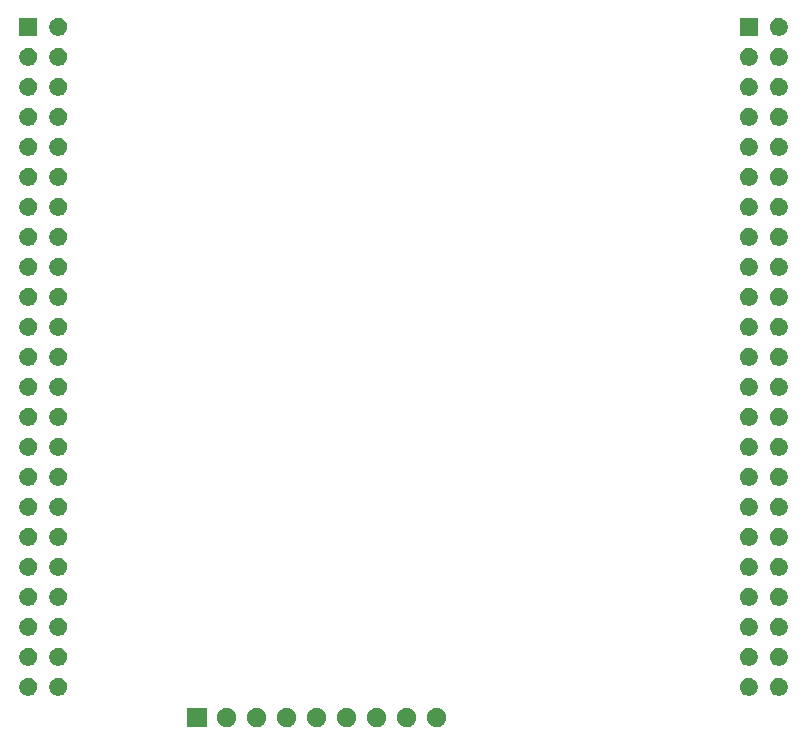
<source format=gbs>
%TF.GenerationSoftware,KiCad,Pcbnew,9.0.7-9.0.7~ubuntu24.04.1*%
%TF.CreationDate,2026-01-13T16:34:36+01:00*%
%TF.ProjectId,digital_output,64696769-7461-46c5-9f6f-75747075742e,1.0*%
%TF.SameCoordinates,Original*%
%TF.FileFunction,Soldermask,Bot*%
%TF.FilePolarity,Negative*%
%FSLAX46Y46*%
G04 Gerber Fmt 4.6, Leading zero omitted, Abs format (unit mm)*
G04 Created by KiCad (PCBNEW 9.0.7-9.0.7~ubuntu24.04.1) date 2026-01-13 16:34:36*
%MOMM*%
%LPD*%
G01*
G04 APERTURE LIST*
G04 APERTURE END LIST*
G36*
X134325000Y-111825000D02*
G01*
X132675000Y-111825000D01*
X132675000Y-110175000D01*
X134325000Y-110175000D01*
X134325000Y-111825000D01*
G37*
G36*
X136279485Y-110210524D02*
G01*
X136428902Y-110272415D01*
X136563374Y-110362266D01*
X136677734Y-110476626D01*
X136767585Y-110611098D01*
X136829476Y-110760515D01*
X136861027Y-110919136D01*
X136861027Y-111080864D01*
X136829476Y-111239485D01*
X136767585Y-111388902D01*
X136677734Y-111523374D01*
X136563374Y-111637734D01*
X136428902Y-111727585D01*
X136279485Y-111789476D01*
X136120864Y-111821027D01*
X135959136Y-111821027D01*
X135800515Y-111789476D01*
X135651098Y-111727585D01*
X135516626Y-111637734D01*
X135402266Y-111523374D01*
X135312415Y-111388902D01*
X135250524Y-111239485D01*
X135218973Y-111080864D01*
X135218973Y-110919136D01*
X135250524Y-110760515D01*
X135312415Y-110611098D01*
X135402266Y-110476626D01*
X135516626Y-110362266D01*
X135651098Y-110272415D01*
X135800515Y-110210524D01*
X135959136Y-110178973D01*
X136120864Y-110178973D01*
X136279485Y-110210524D01*
G37*
G36*
X138819485Y-110210524D02*
G01*
X138968902Y-110272415D01*
X139103374Y-110362266D01*
X139217734Y-110476626D01*
X139307585Y-110611098D01*
X139369476Y-110760515D01*
X139401027Y-110919136D01*
X139401027Y-111080864D01*
X139369476Y-111239485D01*
X139307585Y-111388902D01*
X139217734Y-111523374D01*
X139103374Y-111637734D01*
X138968902Y-111727585D01*
X138819485Y-111789476D01*
X138660864Y-111821027D01*
X138499136Y-111821027D01*
X138340515Y-111789476D01*
X138191098Y-111727585D01*
X138056626Y-111637734D01*
X137942266Y-111523374D01*
X137852415Y-111388902D01*
X137790524Y-111239485D01*
X137758973Y-111080864D01*
X137758973Y-110919136D01*
X137790524Y-110760515D01*
X137852415Y-110611098D01*
X137942266Y-110476626D01*
X138056626Y-110362266D01*
X138191098Y-110272415D01*
X138340515Y-110210524D01*
X138499136Y-110178973D01*
X138660864Y-110178973D01*
X138819485Y-110210524D01*
G37*
G36*
X141359485Y-110210524D02*
G01*
X141508902Y-110272415D01*
X141643374Y-110362266D01*
X141757734Y-110476626D01*
X141847585Y-110611098D01*
X141909476Y-110760515D01*
X141941027Y-110919136D01*
X141941027Y-111080864D01*
X141909476Y-111239485D01*
X141847585Y-111388902D01*
X141757734Y-111523374D01*
X141643374Y-111637734D01*
X141508902Y-111727585D01*
X141359485Y-111789476D01*
X141200864Y-111821027D01*
X141039136Y-111821027D01*
X140880515Y-111789476D01*
X140731098Y-111727585D01*
X140596626Y-111637734D01*
X140482266Y-111523374D01*
X140392415Y-111388902D01*
X140330524Y-111239485D01*
X140298973Y-111080864D01*
X140298973Y-110919136D01*
X140330524Y-110760515D01*
X140392415Y-110611098D01*
X140482266Y-110476626D01*
X140596626Y-110362266D01*
X140731098Y-110272415D01*
X140880515Y-110210524D01*
X141039136Y-110178973D01*
X141200864Y-110178973D01*
X141359485Y-110210524D01*
G37*
G36*
X143899485Y-110210524D02*
G01*
X144048902Y-110272415D01*
X144183374Y-110362266D01*
X144297734Y-110476626D01*
X144387585Y-110611098D01*
X144449476Y-110760515D01*
X144481027Y-110919136D01*
X144481027Y-111080864D01*
X144449476Y-111239485D01*
X144387585Y-111388902D01*
X144297734Y-111523374D01*
X144183374Y-111637734D01*
X144048902Y-111727585D01*
X143899485Y-111789476D01*
X143740864Y-111821027D01*
X143579136Y-111821027D01*
X143420515Y-111789476D01*
X143271098Y-111727585D01*
X143136626Y-111637734D01*
X143022266Y-111523374D01*
X142932415Y-111388902D01*
X142870524Y-111239485D01*
X142838973Y-111080864D01*
X142838973Y-110919136D01*
X142870524Y-110760515D01*
X142932415Y-110611098D01*
X143022266Y-110476626D01*
X143136626Y-110362266D01*
X143271098Y-110272415D01*
X143420515Y-110210524D01*
X143579136Y-110178973D01*
X143740864Y-110178973D01*
X143899485Y-110210524D01*
G37*
G36*
X146439485Y-110210524D02*
G01*
X146588902Y-110272415D01*
X146723374Y-110362266D01*
X146837734Y-110476626D01*
X146927585Y-110611098D01*
X146989476Y-110760515D01*
X147021027Y-110919136D01*
X147021027Y-111080864D01*
X146989476Y-111239485D01*
X146927585Y-111388902D01*
X146837734Y-111523374D01*
X146723374Y-111637734D01*
X146588902Y-111727585D01*
X146439485Y-111789476D01*
X146280864Y-111821027D01*
X146119136Y-111821027D01*
X145960515Y-111789476D01*
X145811098Y-111727585D01*
X145676626Y-111637734D01*
X145562266Y-111523374D01*
X145472415Y-111388902D01*
X145410524Y-111239485D01*
X145378973Y-111080864D01*
X145378973Y-110919136D01*
X145410524Y-110760515D01*
X145472415Y-110611098D01*
X145562266Y-110476626D01*
X145676626Y-110362266D01*
X145811098Y-110272415D01*
X145960515Y-110210524D01*
X146119136Y-110178973D01*
X146280864Y-110178973D01*
X146439485Y-110210524D01*
G37*
G36*
X148979485Y-110210524D02*
G01*
X149128902Y-110272415D01*
X149263374Y-110362266D01*
X149377734Y-110476626D01*
X149467585Y-110611098D01*
X149529476Y-110760515D01*
X149561027Y-110919136D01*
X149561027Y-111080864D01*
X149529476Y-111239485D01*
X149467585Y-111388902D01*
X149377734Y-111523374D01*
X149263374Y-111637734D01*
X149128902Y-111727585D01*
X148979485Y-111789476D01*
X148820864Y-111821027D01*
X148659136Y-111821027D01*
X148500515Y-111789476D01*
X148351098Y-111727585D01*
X148216626Y-111637734D01*
X148102266Y-111523374D01*
X148012415Y-111388902D01*
X147950524Y-111239485D01*
X147918973Y-111080864D01*
X147918973Y-110919136D01*
X147950524Y-110760515D01*
X148012415Y-110611098D01*
X148102266Y-110476626D01*
X148216626Y-110362266D01*
X148351098Y-110272415D01*
X148500515Y-110210524D01*
X148659136Y-110178973D01*
X148820864Y-110178973D01*
X148979485Y-110210524D01*
G37*
G36*
X151519485Y-110210524D02*
G01*
X151668902Y-110272415D01*
X151803374Y-110362266D01*
X151917734Y-110476626D01*
X152007585Y-110611098D01*
X152069476Y-110760515D01*
X152101027Y-110919136D01*
X152101027Y-111080864D01*
X152069476Y-111239485D01*
X152007585Y-111388902D01*
X151917734Y-111523374D01*
X151803374Y-111637734D01*
X151668902Y-111727585D01*
X151519485Y-111789476D01*
X151360864Y-111821027D01*
X151199136Y-111821027D01*
X151040515Y-111789476D01*
X150891098Y-111727585D01*
X150756626Y-111637734D01*
X150642266Y-111523374D01*
X150552415Y-111388902D01*
X150490524Y-111239485D01*
X150458973Y-111080864D01*
X150458973Y-110919136D01*
X150490524Y-110760515D01*
X150552415Y-110611098D01*
X150642266Y-110476626D01*
X150756626Y-110362266D01*
X150891098Y-110272415D01*
X151040515Y-110210524D01*
X151199136Y-110178973D01*
X151360864Y-110178973D01*
X151519485Y-110210524D01*
G37*
G36*
X154059485Y-110210524D02*
G01*
X154208902Y-110272415D01*
X154343374Y-110362266D01*
X154457734Y-110476626D01*
X154547585Y-110611098D01*
X154609476Y-110760515D01*
X154641027Y-110919136D01*
X154641027Y-111080864D01*
X154609476Y-111239485D01*
X154547585Y-111388902D01*
X154457734Y-111523374D01*
X154343374Y-111637734D01*
X154208902Y-111727585D01*
X154059485Y-111789476D01*
X153900864Y-111821027D01*
X153739136Y-111821027D01*
X153580515Y-111789476D01*
X153431098Y-111727585D01*
X153296626Y-111637734D01*
X153182266Y-111523374D01*
X153092415Y-111388902D01*
X153030524Y-111239485D01*
X152998973Y-111080864D01*
X152998973Y-110919136D01*
X153030524Y-110760515D01*
X153092415Y-110611098D01*
X153182266Y-110476626D01*
X153296626Y-110362266D01*
X153431098Y-110272415D01*
X153580515Y-110210524D01*
X153739136Y-110178973D01*
X153900864Y-110178973D01*
X154059485Y-110210524D01*
G37*
G36*
X180452068Y-107667941D02*
G01*
X180590619Y-107725330D01*
X180715311Y-107808647D01*
X180821353Y-107914689D01*
X180904670Y-108039381D01*
X180962059Y-108177932D01*
X180991316Y-108325017D01*
X180991316Y-108474983D01*
X180962059Y-108622068D01*
X180904670Y-108760619D01*
X180821353Y-108885311D01*
X180715311Y-108991353D01*
X180590619Y-109074670D01*
X180452068Y-109132059D01*
X180304983Y-109161316D01*
X180155017Y-109161316D01*
X180007932Y-109132059D01*
X179869381Y-109074670D01*
X179744689Y-108991353D01*
X179638647Y-108885311D01*
X179555330Y-108760619D01*
X179497941Y-108622068D01*
X179468684Y-108474983D01*
X179468684Y-108325017D01*
X179497941Y-108177932D01*
X179555330Y-108039381D01*
X179638647Y-107914689D01*
X179744689Y-107808647D01*
X179869381Y-107725330D01*
X180007932Y-107667941D01*
X180155017Y-107638684D01*
X180304983Y-107638684D01*
X180452068Y-107667941D01*
G37*
G36*
X182992068Y-107667941D02*
G01*
X183130619Y-107725330D01*
X183255311Y-107808647D01*
X183361353Y-107914689D01*
X183444670Y-108039381D01*
X183502059Y-108177932D01*
X183531316Y-108325017D01*
X183531316Y-108474983D01*
X183502059Y-108622068D01*
X183444670Y-108760619D01*
X183361353Y-108885311D01*
X183255311Y-108991353D01*
X183130619Y-109074670D01*
X182992068Y-109132059D01*
X182844983Y-109161316D01*
X182695017Y-109161316D01*
X182547932Y-109132059D01*
X182409381Y-109074670D01*
X182284689Y-108991353D01*
X182178647Y-108885311D01*
X182095330Y-108760619D01*
X182037941Y-108622068D01*
X182008684Y-108474983D01*
X182008684Y-108325017D01*
X182037941Y-108177932D01*
X182095330Y-108039381D01*
X182178647Y-107914689D01*
X182284689Y-107808647D01*
X182409381Y-107725330D01*
X182547932Y-107667941D01*
X182695017Y-107638684D01*
X182844983Y-107638684D01*
X182992068Y-107667941D01*
G37*
G36*
X119452068Y-107657941D02*
G01*
X119590619Y-107715330D01*
X119715311Y-107798647D01*
X119821353Y-107904689D01*
X119904670Y-108029381D01*
X119962059Y-108167932D01*
X119991316Y-108315017D01*
X119991316Y-108464983D01*
X119962059Y-108612068D01*
X119904670Y-108750619D01*
X119821353Y-108875311D01*
X119715311Y-108981353D01*
X119590619Y-109064670D01*
X119452068Y-109122059D01*
X119304983Y-109151316D01*
X119155017Y-109151316D01*
X119007932Y-109122059D01*
X118869381Y-109064670D01*
X118744689Y-108981353D01*
X118638647Y-108875311D01*
X118555330Y-108750619D01*
X118497941Y-108612068D01*
X118468684Y-108464983D01*
X118468684Y-108315017D01*
X118497941Y-108167932D01*
X118555330Y-108029381D01*
X118638647Y-107904689D01*
X118744689Y-107798647D01*
X118869381Y-107715330D01*
X119007932Y-107657941D01*
X119155017Y-107628684D01*
X119304983Y-107628684D01*
X119452068Y-107657941D01*
G37*
G36*
X121992068Y-107657941D02*
G01*
X122130619Y-107715330D01*
X122255311Y-107798647D01*
X122361353Y-107904689D01*
X122444670Y-108029381D01*
X122502059Y-108167932D01*
X122531316Y-108315017D01*
X122531316Y-108464983D01*
X122502059Y-108612068D01*
X122444670Y-108750619D01*
X122361353Y-108875311D01*
X122255311Y-108981353D01*
X122130619Y-109064670D01*
X121992068Y-109122059D01*
X121844983Y-109151316D01*
X121695017Y-109151316D01*
X121547932Y-109122059D01*
X121409381Y-109064670D01*
X121284689Y-108981353D01*
X121178647Y-108875311D01*
X121095330Y-108750619D01*
X121037941Y-108612068D01*
X121008684Y-108464983D01*
X121008684Y-108315017D01*
X121037941Y-108167932D01*
X121095330Y-108029381D01*
X121178647Y-107904689D01*
X121284689Y-107798647D01*
X121409381Y-107715330D01*
X121547932Y-107657941D01*
X121695017Y-107628684D01*
X121844983Y-107628684D01*
X121992068Y-107657941D01*
G37*
G36*
X180452068Y-105127941D02*
G01*
X180590619Y-105185330D01*
X180715311Y-105268647D01*
X180821353Y-105374689D01*
X180904670Y-105499381D01*
X180962059Y-105637932D01*
X180991316Y-105785017D01*
X180991316Y-105934983D01*
X180962059Y-106082068D01*
X180904670Y-106220619D01*
X180821353Y-106345311D01*
X180715311Y-106451353D01*
X180590619Y-106534670D01*
X180452068Y-106592059D01*
X180304983Y-106621316D01*
X180155017Y-106621316D01*
X180007932Y-106592059D01*
X179869381Y-106534670D01*
X179744689Y-106451353D01*
X179638647Y-106345311D01*
X179555330Y-106220619D01*
X179497941Y-106082068D01*
X179468684Y-105934983D01*
X179468684Y-105785017D01*
X179497941Y-105637932D01*
X179555330Y-105499381D01*
X179638647Y-105374689D01*
X179744689Y-105268647D01*
X179869381Y-105185330D01*
X180007932Y-105127941D01*
X180155017Y-105098684D01*
X180304983Y-105098684D01*
X180452068Y-105127941D01*
G37*
G36*
X182992068Y-105127941D02*
G01*
X183130619Y-105185330D01*
X183255311Y-105268647D01*
X183361353Y-105374689D01*
X183444670Y-105499381D01*
X183502059Y-105637932D01*
X183531316Y-105785017D01*
X183531316Y-105934983D01*
X183502059Y-106082068D01*
X183444670Y-106220619D01*
X183361353Y-106345311D01*
X183255311Y-106451353D01*
X183130619Y-106534670D01*
X182992068Y-106592059D01*
X182844983Y-106621316D01*
X182695017Y-106621316D01*
X182547932Y-106592059D01*
X182409381Y-106534670D01*
X182284689Y-106451353D01*
X182178647Y-106345311D01*
X182095330Y-106220619D01*
X182037941Y-106082068D01*
X182008684Y-105934983D01*
X182008684Y-105785017D01*
X182037941Y-105637932D01*
X182095330Y-105499381D01*
X182178647Y-105374689D01*
X182284689Y-105268647D01*
X182409381Y-105185330D01*
X182547932Y-105127941D01*
X182695017Y-105098684D01*
X182844983Y-105098684D01*
X182992068Y-105127941D01*
G37*
G36*
X119452068Y-105117941D02*
G01*
X119590619Y-105175330D01*
X119715311Y-105258647D01*
X119821353Y-105364689D01*
X119904670Y-105489381D01*
X119962059Y-105627932D01*
X119991316Y-105775017D01*
X119991316Y-105924983D01*
X119962059Y-106072068D01*
X119904670Y-106210619D01*
X119821353Y-106335311D01*
X119715311Y-106441353D01*
X119590619Y-106524670D01*
X119452068Y-106582059D01*
X119304983Y-106611316D01*
X119155017Y-106611316D01*
X119007932Y-106582059D01*
X118869381Y-106524670D01*
X118744689Y-106441353D01*
X118638647Y-106335311D01*
X118555330Y-106210619D01*
X118497941Y-106072068D01*
X118468684Y-105924983D01*
X118468684Y-105775017D01*
X118497941Y-105627932D01*
X118555330Y-105489381D01*
X118638647Y-105364689D01*
X118744689Y-105258647D01*
X118869381Y-105175330D01*
X119007932Y-105117941D01*
X119155017Y-105088684D01*
X119304983Y-105088684D01*
X119452068Y-105117941D01*
G37*
G36*
X121992068Y-105117941D02*
G01*
X122130619Y-105175330D01*
X122255311Y-105258647D01*
X122361353Y-105364689D01*
X122444670Y-105489381D01*
X122502059Y-105627932D01*
X122531316Y-105775017D01*
X122531316Y-105924983D01*
X122502059Y-106072068D01*
X122444670Y-106210619D01*
X122361353Y-106335311D01*
X122255311Y-106441353D01*
X122130619Y-106524670D01*
X121992068Y-106582059D01*
X121844983Y-106611316D01*
X121695017Y-106611316D01*
X121547932Y-106582059D01*
X121409381Y-106524670D01*
X121284689Y-106441353D01*
X121178647Y-106335311D01*
X121095330Y-106210619D01*
X121037941Y-106072068D01*
X121008684Y-105924983D01*
X121008684Y-105775017D01*
X121037941Y-105627932D01*
X121095330Y-105489381D01*
X121178647Y-105364689D01*
X121284689Y-105258647D01*
X121409381Y-105175330D01*
X121547932Y-105117941D01*
X121695017Y-105088684D01*
X121844983Y-105088684D01*
X121992068Y-105117941D01*
G37*
G36*
X180452068Y-102587941D02*
G01*
X180590619Y-102645330D01*
X180715311Y-102728647D01*
X180821353Y-102834689D01*
X180904670Y-102959381D01*
X180962059Y-103097932D01*
X180991316Y-103245017D01*
X180991316Y-103394983D01*
X180962059Y-103542068D01*
X180904670Y-103680619D01*
X180821353Y-103805311D01*
X180715311Y-103911353D01*
X180590619Y-103994670D01*
X180452068Y-104052059D01*
X180304983Y-104081316D01*
X180155017Y-104081316D01*
X180007932Y-104052059D01*
X179869381Y-103994670D01*
X179744689Y-103911353D01*
X179638647Y-103805311D01*
X179555330Y-103680619D01*
X179497941Y-103542068D01*
X179468684Y-103394983D01*
X179468684Y-103245017D01*
X179497941Y-103097932D01*
X179555330Y-102959381D01*
X179638647Y-102834689D01*
X179744689Y-102728647D01*
X179869381Y-102645330D01*
X180007932Y-102587941D01*
X180155017Y-102558684D01*
X180304983Y-102558684D01*
X180452068Y-102587941D01*
G37*
G36*
X182992068Y-102587941D02*
G01*
X183130619Y-102645330D01*
X183255311Y-102728647D01*
X183361353Y-102834689D01*
X183444670Y-102959381D01*
X183502059Y-103097932D01*
X183531316Y-103245017D01*
X183531316Y-103394983D01*
X183502059Y-103542068D01*
X183444670Y-103680619D01*
X183361353Y-103805311D01*
X183255311Y-103911353D01*
X183130619Y-103994670D01*
X182992068Y-104052059D01*
X182844983Y-104081316D01*
X182695017Y-104081316D01*
X182547932Y-104052059D01*
X182409381Y-103994670D01*
X182284689Y-103911353D01*
X182178647Y-103805311D01*
X182095330Y-103680619D01*
X182037941Y-103542068D01*
X182008684Y-103394983D01*
X182008684Y-103245017D01*
X182037941Y-103097932D01*
X182095330Y-102959381D01*
X182178647Y-102834689D01*
X182284689Y-102728647D01*
X182409381Y-102645330D01*
X182547932Y-102587941D01*
X182695017Y-102558684D01*
X182844983Y-102558684D01*
X182992068Y-102587941D01*
G37*
G36*
X119452068Y-102577941D02*
G01*
X119590619Y-102635330D01*
X119715311Y-102718647D01*
X119821353Y-102824689D01*
X119904670Y-102949381D01*
X119962059Y-103087932D01*
X119991316Y-103235017D01*
X119991316Y-103384983D01*
X119962059Y-103532068D01*
X119904670Y-103670619D01*
X119821353Y-103795311D01*
X119715311Y-103901353D01*
X119590619Y-103984670D01*
X119452068Y-104042059D01*
X119304983Y-104071316D01*
X119155017Y-104071316D01*
X119007932Y-104042059D01*
X118869381Y-103984670D01*
X118744689Y-103901353D01*
X118638647Y-103795311D01*
X118555330Y-103670619D01*
X118497941Y-103532068D01*
X118468684Y-103384983D01*
X118468684Y-103235017D01*
X118497941Y-103087932D01*
X118555330Y-102949381D01*
X118638647Y-102824689D01*
X118744689Y-102718647D01*
X118869381Y-102635330D01*
X119007932Y-102577941D01*
X119155017Y-102548684D01*
X119304983Y-102548684D01*
X119452068Y-102577941D01*
G37*
G36*
X121992068Y-102577941D02*
G01*
X122130619Y-102635330D01*
X122255311Y-102718647D01*
X122361353Y-102824689D01*
X122444670Y-102949381D01*
X122502059Y-103087932D01*
X122531316Y-103235017D01*
X122531316Y-103384983D01*
X122502059Y-103532068D01*
X122444670Y-103670619D01*
X122361353Y-103795311D01*
X122255311Y-103901353D01*
X122130619Y-103984670D01*
X121992068Y-104042059D01*
X121844983Y-104071316D01*
X121695017Y-104071316D01*
X121547932Y-104042059D01*
X121409381Y-103984670D01*
X121284689Y-103901353D01*
X121178647Y-103795311D01*
X121095330Y-103670619D01*
X121037941Y-103532068D01*
X121008684Y-103384983D01*
X121008684Y-103235017D01*
X121037941Y-103087932D01*
X121095330Y-102949381D01*
X121178647Y-102824689D01*
X121284689Y-102718647D01*
X121409381Y-102635330D01*
X121547932Y-102577941D01*
X121695017Y-102548684D01*
X121844983Y-102548684D01*
X121992068Y-102577941D01*
G37*
G36*
X180452068Y-100047941D02*
G01*
X180590619Y-100105330D01*
X180715311Y-100188647D01*
X180821353Y-100294689D01*
X180904670Y-100419381D01*
X180962059Y-100557932D01*
X180991316Y-100705017D01*
X180991316Y-100854983D01*
X180962059Y-101002068D01*
X180904670Y-101140619D01*
X180821353Y-101265311D01*
X180715311Y-101371353D01*
X180590619Y-101454670D01*
X180452068Y-101512059D01*
X180304983Y-101541316D01*
X180155017Y-101541316D01*
X180007932Y-101512059D01*
X179869381Y-101454670D01*
X179744689Y-101371353D01*
X179638647Y-101265311D01*
X179555330Y-101140619D01*
X179497941Y-101002068D01*
X179468684Y-100854983D01*
X179468684Y-100705017D01*
X179497941Y-100557932D01*
X179555330Y-100419381D01*
X179638647Y-100294689D01*
X179744689Y-100188647D01*
X179869381Y-100105330D01*
X180007932Y-100047941D01*
X180155017Y-100018684D01*
X180304983Y-100018684D01*
X180452068Y-100047941D01*
G37*
G36*
X182992068Y-100047941D02*
G01*
X183130619Y-100105330D01*
X183255311Y-100188647D01*
X183361353Y-100294689D01*
X183444670Y-100419381D01*
X183502059Y-100557932D01*
X183531316Y-100705017D01*
X183531316Y-100854983D01*
X183502059Y-101002068D01*
X183444670Y-101140619D01*
X183361353Y-101265311D01*
X183255311Y-101371353D01*
X183130619Y-101454670D01*
X182992068Y-101512059D01*
X182844983Y-101541316D01*
X182695017Y-101541316D01*
X182547932Y-101512059D01*
X182409381Y-101454670D01*
X182284689Y-101371353D01*
X182178647Y-101265311D01*
X182095330Y-101140619D01*
X182037941Y-101002068D01*
X182008684Y-100854983D01*
X182008684Y-100705017D01*
X182037941Y-100557932D01*
X182095330Y-100419381D01*
X182178647Y-100294689D01*
X182284689Y-100188647D01*
X182409381Y-100105330D01*
X182547932Y-100047941D01*
X182695017Y-100018684D01*
X182844983Y-100018684D01*
X182992068Y-100047941D01*
G37*
G36*
X119452068Y-100037941D02*
G01*
X119590619Y-100095330D01*
X119715311Y-100178647D01*
X119821353Y-100284689D01*
X119904670Y-100409381D01*
X119962059Y-100547932D01*
X119991316Y-100695017D01*
X119991316Y-100844983D01*
X119962059Y-100992068D01*
X119904670Y-101130619D01*
X119821353Y-101255311D01*
X119715311Y-101361353D01*
X119590619Y-101444670D01*
X119452068Y-101502059D01*
X119304983Y-101531316D01*
X119155017Y-101531316D01*
X119007932Y-101502059D01*
X118869381Y-101444670D01*
X118744689Y-101361353D01*
X118638647Y-101255311D01*
X118555330Y-101130619D01*
X118497941Y-100992068D01*
X118468684Y-100844983D01*
X118468684Y-100695017D01*
X118497941Y-100547932D01*
X118555330Y-100409381D01*
X118638647Y-100284689D01*
X118744689Y-100178647D01*
X118869381Y-100095330D01*
X119007932Y-100037941D01*
X119155017Y-100008684D01*
X119304983Y-100008684D01*
X119452068Y-100037941D01*
G37*
G36*
X121992068Y-100037941D02*
G01*
X122130619Y-100095330D01*
X122255311Y-100178647D01*
X122361353Y-100284689D01*
X122444670Y-100409381D01*
X122502059Y-100547932D01*
X122531316Y-100695017D01*
X122531316Y-100844983D01*
X122502059Y-100992068D01*
X122444670Y-101130619D01*
X122361353Y-101255311D01*
X122255311Y-101361353D01*
X122130619Y-101444670D01*
X121992068Y-101502059D01*
X121844983Y-101531316D01*
X121695017Y-101531316D01*
X121547932Y-101502059D01*
X121409381Y-101444670D01*
X121284689Y-101361353D01*
X121178647Y-101255311D01*
X121095330Y-101130619D01*
X121037941Y-100992068D01*
X121008684Y-100844983D01*
X121008684Y-100695017D01*
X121037941Y-100547932D01*
X121095330Y-100409381D01*
X121178647Y-100284689D01*
X121284689Y-100178647D01*
X121409381Y-100095330D01*
X121547932Y-100037941D01*
X121695017Y-100008684D01*
X121844983Y-100008684D01*
X121992068Y-100037941D01*
G37*
G36*
X180452068Y-97507941D02*
G01*
X180590619Y-97565330D01*
X180715311Y-97648647D01*
X180821353Y-97754689D01*
X180904670Y-97879381D01*
X180962059Y-98017932D01*
X180991316Y-98165017D01*
X180991316Y-98314983D01*
X180962059Y-98462068D01*
X180904670Y-98600619D01*
X180821353Y-98725311D01*
X180715311Y-98831353D01*
X180590619Y-98914670D01*
X180452068Y-98972059D01*
X180304983Y-99001316D01*
X180155017Y-99001316D01*
X180007932Y-98972059D01*
X179869381Y-98914670D01*
X179744689Y-98831353D01*
X179638647Y-98725311D01*
X179555330Y-98600619D01*
X179497941Y-98462068D01*
X179468684Y-98314983D01*
X179468684Y-98165017D01*
X179497941Y-98017932D01*
X179555330Y-97879381D01*
X179638647Y-97754689D01*
X179744689Y-97648647D01*
X179869381Y-97565330D01*
X180007932Y-97507941D01*
X180155017Y-97478684D01*
X180304983Y-97478684D01*
X180452068Y-97507941D01*
G37*
G36*
X182992068Y-97507941D02*
G01*
X183130619Y-97565330D01*
X183255311Y-97648647D01*
X183361353Y-97754689D01*
X183444670Y-97879381D01*
X183502059Y-98017932D01*
X183531316Y-98165017D01*
X183531316Y-98314983D01*
X183502059Y-98462068D01*
X183444670Y-98600619D01*
X183361353Y-98725311D01*
X183255311Y-98831353D01*
X183130619Y-98914670D01*
X182992068Y-98972059D01*
X182844983Y-99001316D01*
X182695017Y-99001316D01*
X182547932Y-98972059D01*
X182409381Y-98914670D01*
X182284689Y-98831353D01*
X182178647Y-98725311D01*
X182095330Y-98600619D01*
X182037941Y-98462068D01*
X182008684Y-98314983D01*
X182008684Y-98165017D01*
X182037941Y-98017932D01*
X182095330Y-97879381D01*
X182178647Y-97754689D01*
X182284689Y-97648647D01*
X182409381Y-97565330D01*
X182547932Y-97507941D01*
X182695017Y-97478684D01*
X182844983Y-97478684D01*
X182992068Y-97507941D01*
G37*
G36*
X119452068Y-97497941D02*
G01*
X119590619Y-97555330D01*
X119715311Y-97638647D01*
X119821353Y-97744689D01*
X119904670Y-97869381D01*
X119962059Y-98007932D01*
X119991316Y-98155017D01*
X119991316Y-98304983D01*
X119962059Y-98452068D01*
X119904670Y-98590619D01*
X119821353Y-98715311D01*
X119715311Y-98821353D01*
X119590619Y-98904670D01*
X119452068Y-98962059D01*
X119304983Y-98991316D01*
X119155017Y-98991316D01*
X119007932Y-98962059D01*
X118869381Y-98904670D01*
X118744689Y-98821353D01*
X118638647Y-98715311D01*
X118555330Y-98590619D01*
X118497941Y-98452068D01*
X118468684Y-98304983D01*
X118468684Y-98155017D01*
X118497941Y-98007932D01*
X118555330Y-97869381D01*
X118638647Y-97744689D01*
X118744689Y-97638647D01*
X118869381Y-97555330D01*
X119007932Y-97497941D01*
X119155017Y-97468684D01*
X119304983Y-97468684D01*
X119452068Y-97497941D01*
G37*
G36*
X121992068Y-97497941D02*
G01*
X122130619Y-97555330D01*
X122255311Y-97638647D01*
X122361353Y-97744689D01*
X122444670Y-97869381D01*
X122502059Y-98007932D01*
X122531316Y-98155017D01*
X122531316Y-98304983D01*
X122502059Y-98452068D01*
X122444670Y-98590619D01*
X122361353Y-98715311D01*
X122255311Y-98821353D01*
X122130619Y-98904670D01*
X121992068Y-98962059D01*
X121844983Y-98991316D01*
X121695017Y-98991316D01*
X121547932Y-98962059D01*
X121409381Y-98904670D01*
X121284689Y-98821353D01*
X121178647Y-98715311D01*
X121095330Y-98590619D01*
X121037941Y-98452068D01*
X121008684Y-98304983D01*
X121008684Y-98155017D01*
X121037941Y-98007932D01*
X121095330Y-97869381D01*
X121178647Y-97744689D01*
X121284689Y-97638647D01*
X121409381Y-97555330D01*
X121547932Y-97497941D01*
X121695017Y-97468684D01*
X121844983Y-97468684D01*
X121992068Y-97497941D01*
G37*
G36*
X180452068Y-94967941D02*
G01*
X180590619Y-95025330D01*
X180715311Y-95108647D01*
X180821353Y-95214689D01*
X180904670Y-95339381D01*
X180962059Y-95477932D01*
X180991316Y-95625017D01*
X180991316Y-95774983D01*
X180962059Y-95922068D01*
X180904670Y-96060619D01*
X180821353Y-96185311D01*
X180715311Y-96291353D01*
X180590619Y-96374670D01*
X180452068Y-96432059D01*
X180304983Y-96461316D01*
X180155017Y-96461316D01*
X180007932Y-96432059D01*
X179869381Y-96374670D01*
X179744689Y-96291353D01*
X179638647Y-96185311D01*
X179555330Y-96060619D01*
X179497941Y-95922068D01*
X179468684Y-95774983D01*
X179468684Y-95625017D01*
X179497941Y-95477932D01*
X179555330Y-95339381D01*
X179638647Y-95214689D01*
X179744689Y-95108647D01*
X179869381Y-95025330D01*
X180007932Y-94967941D01*
X180155017Y-94938684D01*
X180304983Y-94938684D01*
X180452068Y-94967941D01*
G37*
G36*
X182992068Y-94967941D02*
G01*
X183130619Y-95025330D01*
X183255311Y-95108647D01*
X183361353Y-95214689D01*
X183444670Y-95339381D01*
X183502059Y-95477932D01*
X183531316Y-95625017D01*
X183531316Y-95774983D01*
X183502059Y-95922068D01*
X183444670Y-96060619D01*
X183361353Y-96185311D01*
X183255311Y-96291353D01*
X183130619Y-96374670D01*
X182992068Y-96432059D01*
X182844983Y-96461316D01*
X182695017Y-96461316D01*
X182547932Y-96432059D01*
X182409381Y-96374670D01*
X182284689Y-96291353D01*
X182178647Y-96185311D01*
X182095330Y-96060619D01*
X182037941Y-95922068D01*
X182008684Y-95774983D01*
X182008684Y-95625017D01*
X182037941Y-95477932D01*
X182095330Y-95339381D01*
X182178647Y-95214689D01*
X182284689Y-95108647D01*
X182409381Y-95025330D01*
X182547932Y-94967941D01*
X182695017Y-94938684D01*
X182844983Y-94938684D01*
X182992068Y-94967941D01*
G37*
G36*
X119452068Y-94957941D02*
G01*
X119590619Y-95015330D01*
X119715311Y-95098647D01*
X119821353Y-95204689D01*
X119904670Y-95329381D01*
X119962059Y-95467932D01*
X119991316Y-95615017D01*
X119991316Y-95764983D01*
X119962059Y-95912068D01*
X119904670Y-96050619D01*
X119821353Y-96175311D01*
X119715311Y-96281353D01*
X119590619Y-96364670D01*
X119452068Y-96422059D01*
X119304983Y-96451316D01*
X119155017Y-96451316D01*
X119007932Y-96422059D01*
X118869381Y-96364670D01*
X118744689Y-96281353D01*
X118638647Y-96175311D01*
X118555330Y-96050619D01*
X118497941Y-95912068D01*
X118468684Y-95764983D01*
X118468684Y-95615017D01*
X118497941Y-95467932D01*
X118555330Y-95329381D01*
X118638647Y-95204689D01*
X118744689Y-95098647D01*
X118869381Y-95015330D01*
X119007932Y-94957941D01*
X119155017Y-94928684D01*
X119304983Y-94928684D01*
X119452068Y-94957941D01*
G37*
G36*
X121992068Y-94957941D02*
G01*
X122130619Y-95015330D01*
X122255311Y-95098647D01*
X122361353Y-95204689D01*
X122444670Y-95329381D01*
X122502059Y-95467932D01*
X122531316Y-95615017D01*
X122531316Y-95764983D01*
X122502059Y-95912068D01*
X122444670Y-96050619D01*
X122361353Y-96175311D01*
X122255311Y-96281353D01*
X122130619Y-96364670D01*
X121992068Y-96422059D01*
X121844983Y-96451316D01*
X121695017Y-96451316D01*
X121547932Y-96422059D01*
X121409381Y-96364670D01*
X121284689Y-96281353D01*
X121178647Y-96175311D01*
X121095330Y-96050619D01*
X121037941Y-95912068D01*
X121008684Y-95764983D01*
X121008684Y-95615017D01*
X121037941Y-95467932D01*
X121095330Y-95329381D01*
X121178647Y-95204689D01*
X121284689Y-95098647D01*
X121409381Y-95015330D01*
X121547932Y-94957941D01*
X121695017Y-94928684D01*
X121844983Y-94928684D01*
X121992068Y-94957941D01*
G37*
G36*
X180452068Y-92427941D02*
G01*
X180590619Y-92485330D01*
X180715311Y-92568647D01*
X180821353Y-92674689D01*
X180904670Y-92799381D01*
X180962059Y-92937932D01*
X180991316Y-93085017D01*
X180991316Y-93234983D01*
X180962059Y-93382068D01*
X180904670Y-93520619D01*
X180821353Y-93645311D01*
X180715311Y-93751353D01*
X180590619Y-93834670D01*
X180452068Y-93892059D01*
X180304983Y-93921316D01*
X180155017Y-93921316D01*
X180007932Y-93892059D01*
X179869381Y-93834670D01*
X179744689Y-93751353D01*
X179638647Y-93645311D01*
X179555330Y-93520619D01*
X179497941Y-93382068D01*
X179468684Y-93234983D01*
X179468684Y-93085017D01*
X179497941Y-92937932D01*
X179555330Y-92799381D01*
X179638647Y-92674689D01*
X179744689Y-92568647D01*
X179869381Y-92485330D01*
X180007932Y-92427941D01*
X180155017Y-92398684D01*
X180304983Y-92398684D01*
X180452068Y-92427941D01*
G37*
G36*
X182992068Y-92427941D02*
G01*
X183130619Y-92485330D01*
X183255311Y-92568647D01*
X183361353Y-92674689D01*
X183444670Y-92799381D01*
X183502059Y-92937932D01*
X183531316Y-93085017D01*
X183531316Y-93234983D01*
X183502059Y-93382068D01*
X183444670Y-93520619D01*
X183361353Y-93645311D01*
X183255311Y-93751353D01*
X183130619Y-93834670D01*
X182992068Y-93892059D01*
X182844983Y-93921316D01*
X182695017Y-93921316D01*
X182547932Y-93892059D01*
X182409381Y-93834670D01*
X182284689Y-93751353D01*
X182178647Y-93645311D01*
X182095330Y-93520619D01*
X182037941Y-93382068D01*
X182008684Y-93234983D01*
X182008684Y-93085017D01*
X182037941Y-92937932D01*
X182095330Y-92799381D01*
X182178647Y-92674689D01*
X182284689Y-92568647D01*
X182409381Y-92485330D01*
X182547932Y-92427941D01*
X182695017Y-92398684D01*
X182844983Y-92398684D01*
X182992068Y-92427941D01*
G37*
G36*
X119452068Y-92417941D02*
G01*
X119590619Y-92475330D01*
X119715311Y-92558647D01*
X119821353Y-92664689D01*
X119904670Y-92789381D01*
X119962059Y-92927932D01*
X119991316Y-93075017D01*
X119991316Y-93224983D01*
X119962059Y-93372068D01*
X119904670Y-93510619D01*
X119821353Y-93635311D01*
X119715311Y-93741353D01*
X119590619Y-93824670D01*
X119452068Y-93882059D01*
X119304983Y-93911316D01*
X119155017Y-93911316D01*
X119007932Y-93882059D01*
X118869381Y-93824670D01*
X118744689Y-93741353D01*
X118638647Y-93635311D01*
X118555330Y-93510619D01*
X118497941Y-93372068D01*
X118468684Y-93224983D01*
X118468684Y-93075017D01*
X118497941Y-92927932D01*
X118555330Y-92789381D01*
X118638647Y-92664689D01*
X118744689Y-92558647D01*
X118869381Y-92475330D01*
X119007932Y-92417941D01*
X119155017Y-92388684D01*
X119304983Y-92388684D01*
X119452068Y-92417941D01*
G37*
G36*
X121992068Y-92417941D02*
G01*
X122130619Y-92475330D01*
X122255311Y-92558647D01*
X122361353Y-92664689D01*
X122444670Y-92789381D01*
X122502059Y-92927932D01*
X122531316Y-93075017D01*
X122531316Y-93224983D01*
X122502059Y-93372068D01*
X122444670Y-93510619D01*
X122361353Y-93635311D01*
X122255311Y-93741353D01*
X122130619Y-93824670D01*
X121992068Y-93882059D01*
X121844983Y-93911316D01*
X121695017Y-93911316D01*
X121547932Y-93882059D01*
X121409381Y-93824670D01*
X121284689Y-93741353D01*
X121178647Y-93635311D01*
X121095330Y-93510619D01*
X121037941Y-93372068D01*
X121008684Y-93224983D01*
X121008684Y-93075017D01*
X121037941Y-92927932D01*
X121095330Y-92789381D01*
X121178647Y-92664689D01*
X121284689Y-92558647D01*
X121409381Y-92475330D01*
X121547932Y-92417941D01*
X121695017Y-92388684D01*
X121844983Y-92388684D01*
X121992068Y-92417941D01*
G37*
G36*
X180452068Y-89887941D02*
G01*
X180590619Y-89945330D01*
X180715311Y-90028647D01*
X180821353Y-90134689D01*
X180904670Y-90259381D01*
X180962059Y-90397932D01*
X180991316Y-90545017D01*
X180991316Y-90694983D01*
X180962059Y-90842068D01*
X180904670Y-90980619D01*
X180821353Y-91105311D01*
X180715311Y-91211353D01*
X180590619Y-91294670D01*
X180452068Y-91352059D01*
X180304983Y-91381316D01*
X180155017Y-91381316D01*
X180007932Y-91352059D01*
X179869381Y-91294670D01*
X179744689Y-91211353D01*
X179638647Y-91105311D01*
X179555330Y-90980619D01*
X179497941Y-90842068D01*
X179468684Y-90694983D01*
X179468684Y-90545017D01*
X179497941Y-90397932D01*
X179555330Y-90259381D01*
X179638647Y-90134689D01*
X179744689Y-90028647D01*
X179869381Y-89945330D01*
X180007932Y-89887941D01*
X180155017Y-89858684D01*
X180304983Y-89858684D01*
X180452068Y-89887941D01*
G37*
G36*
X182992068Y-89887941D02*
G01*
X183130619Y-89945330D01*
X183255311Y-90028647D01*
X183361353Y-90134689D01*
X183444670Y-90259381D01*
X183502059Y-90397932D01*
X183531316Y-90545017D01*
X183531316Y-90694983D01*
X183502059Y-90842068D01*
X183444670Y-90980619D01*
X183361353Y-91105311D01*
X183255311Y-91211353D01*
X183130619Y-91294670D01*
X182992068Y-91352059D01*
X182844983Y-91381316D01*
X182695017Y-91381316D01*
X182547932Y-91352059D01*
X182409381Y-91294670D01*
X182284689Y-91211353D01*
X182178647Y-91105311D01*
X182095330Y-90980619D01*
X182037941Y-90842068D01*
X182008684Y-90694983D01*
X182008684Y-90545017D01*
X182037941Y-90397932D01*
X182095330Y-90259381D01*
X182178647Y-90134689D01*
X182284689Y-90028647D01*
X182409381Y-89945330D01*
X182547932Y-89887941D01*
X182695017Y-89858684D01*
X182844983Y-89858684D01*
X182992068Y-89887941D01*
G37*
G36*
X119452068Y-89877941D02*
G01*
X119590619Y-89935330D01*
X119715311Y-90018647D01*
X119821353Y-90124689D01*
X119904670Y-90249381D01*
X119962059Y-90387932D01*
X119991316Y-90535017D01*
X119991316Y-90684983D01*
X119962059Y-90832068D01*
X119904670Y-90970619D01*
X119821353Y-91095311D01*
X119715311Y-91201353D01*
X119590619Y-91284670D01*
X119452068Y-91342059D01*
X119304983Y-91371316D01*
X119155017Y-91371316D01*
X119007932Y-91342059D01*
X118869381Y-91284670D01*
X118744689Y-91201353D01*
X118638647Y-91095311D01*
X118555330Y-90970619D01*
X118497941Y-90832068D01*
X118468684Y-90684983D01*
X118468684Y-90535017D01*
X118497941Y-90387932D01*
X118555330Y-90249381D01*
X118638647Y-90124689D01*
X118744689Y-90018647D01*
X118869381Y-89935330D01*
X119007932Y-89877941D01*
X119155017Y-89848684D01*
X119304983Y-89848684D01*
X119452068Y-89877941D01*
G37*
G36*
X121992068Y-89877941D02*
G01*
X122130619Y-89935330D01*
X122255311Y-90018647D01*
X122361353Y-90124689D01*
X122444670Y-90249381D01*
X122502059Y-90387932D01*
X122531316Y-90535017D01*
X122531316Y-90684983D01*
X122502059Y-90832068D01*
X122444670Y-90970619D01*
X122361353Y-91095311D01*
X122255311Y-91201353D01*
X122130619Y-91284670D01*
X121992068Y-91342059D01*
X121844983Y-91371316D01*
X121695017Y-91371316D01*
X121547932Y-91342059D01*
X121409381Y-91284670D01*
X121284689Y-91201353D01*
X121178647Y-91095311D01*
X121095330Y-90970619D01*
X121037941Y-90832068D01*
X121008684Y-90684983D01*
X121008684Y-90535017D01*
X121037941Y-90387932D01*
X121095330Y-90249381D01*
X121178647Y-90124689D01*
X121284689Y-90018647D01*
X121409381Y-89935330D01*
X121547932Y-89877941D01*
X121695017Y-89848684D01*
X121844983Y-89848684D01*
X121992068Y-89877941D01*
G37*
G36*
X180452068Y-87347941D02*
G01*
X180590619Y-87405330D01*
X180715311Y-87488647D01*
X180821353Y-87594689D01*
X180904670Y-87719381D01*
X180962059Y-87857932D01*
X180991316Y-88005017D01*
X180991316Y-88154983D01*
X180962059Y-88302068D01*
X180904670Y-88440619D01*
X180821353Y-88565311D01*
X180715311Y-88671353D01*
X180590619Y-88754670D01*
X180452068Y-88812059D01*
X180304983Y-88841316D01*
X180155017Y-88841316D01*
X180007932Y-88812059D01*
X179869381Y-88754670D01*
X179744689Y-88671353D01*
X179638647Y-88565311D01*
X179555330Y-88440619D01*
X179497941Y-88302068D01*
X179468684Y-88154983D01*
X179468684Y-88005017D01*
X179497941Y-87857932D01*
X179555330Y-87719381D01*
X179638647Y-87594689D01*
X179744689Y-87488647D01*
X179869381Y-87405330D01*
X180007932Y-87347941D01*
X180155017Y-87318684D01*
X180304983Y-87318684D01*
X180452068Y-87347941D01*
G37*
G36*
X182992068Y-87347941D02*
G01*
X183130619Y-87405330D01*
X183255311Y-87488647D01*
X183361353Y-87594689D01*
X183444670Y-87719381D01*
X183502059Y-87857932D01*
X183531316Y-88005017D01*
X183531316Y-88154983D01*
X183502059Y-88302068D01*
X183444670Y-88440619D01*
X183361353Y-88565311D01*
X183255311Y-88671353D01*
X183130619Y-88754670D01*
X182992068Y-88812059D01*
X182844983Y-88841316D01*
X182695017Y-88841316D01*
X182547932Y-88812059D01*
X182409381Y-88754670D01*
X182284689Y-88671353D01*
X182178647Y-88565311D01*
X182095330Y-88440619D01*
X182037941Y-88302068D01*
X182008684Y-88154983D01*
X182008684Y-88005017D01*
X182037941Y-87857932D01*
X182095330Y-87719381D01*
X182178647Y-87594689D01*
X182284689Y-87488647D01*
X182409381Y-87405330D01*
X182547932Y-87347941D01*
X182695017Y-87318684D01*
X182844983Y-87318684D01*
X182992068Y-87347941D01*
G37*
G36*
X119452068Y-87337941D02*
G01*
X119590619Y-87395330D01*
X119715311Y-87478647D01*
X119821353Y-87584689D01*
X119904670Y-87709381D01*
X119962059Y-87847932D01*
X119991316Y-87995017D01*
X119991316Y-88144983D01*
X119962059Y-88292068D01*
X119904670Y-88430619D01*
X119821353Y-88555311D01*
X119715311Y-88661353D01*
X119590619Y-88744670D01*
X119452068Y-88802059D01*
X119304983Y-88831316D01*
X119155017Y-88831316D01*
X119007932Y-88802059D01*
X118869381Y-88744670D01*
X118744689Y-88661353D01*
X118638647Y-88555311D01*
X118555330Y-88430619D01*
X118497941Y-88292068D01*
X118468684Y-88144983D01*
X118468684Y-87995017D01*
X118497941Y-87847932D01*
X118555330Y-87709381D01*
X118638647Y-87584689D01*
X118744689Y-87478647D01*
X118869381Y-87395330D01*
X119007932Y-87337941D01*
X119155017Y-87308684D01*
X119304983Y-87308684D01*
X119452068Y-87337941D01*
G37*
G36*
X121992068Y-87337941D02*
G01*
X122130619Y-87395330D01*
X122255311Y-87478647D01*
X122361353Y-87584689D01*
X122444670Y-87709381D01*
X122502059Y-87847932D01*
X122531316Y-87995017D01*
X122531316Y-88144983D01*
X122502059Y-88292068D01*
X122444670Y-88430619D01*
X122361353Y-88555311D01*
X122255311Y-88661353D01*
X122130619Y-88744670D01*
X121992068Y-88802059D01*
X121844983Y-88831316D01*
X121695017Y-88831316D01*
X121547932Y-88802059D01*
X121409381Y-88744670D01*
X121284689Y-88661353D01*
X121178647Y-88555311D01*
X121095330Y-88430619D01*
X121037941Y-88292068D01*
X121008684Y-88144983D01*
X121008684Y-87995017D01*
X121037941Y-87847932D01*
X121095330Y-87709381D01*
X121178647Y-87584689D01*
X121284689Y-87478647D01*
X121409381Y-87395330D01*
X121547932Y-87337941D01*
X121695017Y-87308684D01*
X121844983Y-87308684D01*
X121992068Y-87337941D01*
G37*
G36*
X180452068Y-84807941D02*
G01*
X180590619Y-84865330D01*
X180715311Y-84948647D01*
X180821353Y-85054689D01*
X180904670Y-85179381D01*
X180962059Y-85317932D01*
X180991316Y-85465017D01*
X180991316Y-85614983D01*
X180962059Y-85762068D01*
X180904670Y-85900619D01*
X180821353Y-86025311D01*
X180715311Y-86131353D01*
X180590619Y-86214670D01*
X180452068Y-86272059D01*
X180304983Y-86301316D01*
X180155017Y-86301316D01*
X180007932Y-86272059D01*
X179869381Y-86214670D01*
X179744689Y-86131353D01*
X179638647Y-86025311D01*
X179555330Y-85900619D01*
X179497941Y-85762068D01*
X179468684Y-85614983D01*
X179468684Y-85465017D01*
X179497941Y-85317932D01*
X179555330Y-85179381D01*
X179638647Y-85054689D01*
X179744689Y-84948647D01*
X179869381Y-84865330D01*
X180007932Y-84807941D01*
X180155017Y-84778684D01*
X180304983Y-84778684D01*
X180452068Y-84807941D01*
G37*
G36*
X182992068Y-84807941D02*
G01*
X183130619Y-84865330D01*
X183255311Y-84948647D01*
X183361353Y-85054689D01*
X183444670Y-85179381D01*
X183502059Y-85317932D01*
X183531316Y-85465017D01*
X183531316Y-85614983D01*
X183502059Y-85762068D01*
X183444670Y-85900619D01*
X183361353Y-86025311D01*
X183255311Y-86131353D01*
X183130619Y-86214670D01*
X182992068Y-86272059D01*
X182844983Y-86301316D01*
X182695017Y-86301316D01*
X182547932Y-86272059D01*
X182409381Y-86214670D01*
X182284689Y-86131353D01*
X182178647Y-86025311D01*
X182095330Y-85900619D01*
X182037941Y-85762068D01*
X182008684Y-85614983D01*
X182008684Y-85465017D01*
X182037941Y-85317932D01*
X182095330Y-85179381D01*
X182178647Y-85054689D01*
X182284689Y-84948647D01*
X182409381Y-84865330D01*
X182547932Y-84807941D01*
X182695017Y-84778684D01*
X182844983Y-84778684D01*
X182992068Y-84807941D01*
G37*
G36*
X119452068Y-84797941D02*
G01*
X119590619Y-84855330D01*
X119715311Y-84938647D01*
X119821353Y-85044689D01*
X119904670Y-85169381D01*
X119962059Y-85307932D01*
X119991316Y-85455017D01*
X119991316Y-85604983D01*
X119962059Y-85752068D01*
X119904670Y-85890619D01*
X119821353Y-86015311D01*
X119715311Y-86121353D01*
X119590619Y-86204670D01*
X119452068Y-86262059D01*
X119304983Y-86291316D01*
X119155017Y-86291316D01*
X119007932Y-86262059D01*
X118869381Y-86204670D01*
X118744689Y-86121353D01*
X118638647Y-86015311D01*
X118555330Y-85890619D01*
X118497941Y-85752068D01*
X118468684Y-85604983D01*
X118468684Y-85455017D01*
X118497941Y-85307932D01*
X118555330Y-85169381D01*
X118638647Y-85044689D01*
X118744689Y-84938647D01*
X118869381Y-84855330D01*
X119007932Y-84797941D01*
X119155017Y-84768684D01*
X119304983Y-84768684D01*
X119452068Y-84797941D01*
G37*
G36*
X121992068Y-84797941D02*
G01*
X122130619Y-84855330D01*
X122255311Y-84938647D01*
X122361353Y-85044689D01*
X122444670Y-85169381D01*
X122502059Y-85307932D01*
X122531316Y-85455017D01*
X122531316Y-85604983D01*
X122502059Y-85752068D01*
X122444670Y-85890619D01*
X122361353Y-86015311D01*
X122255311Y-86121353D01*
X122130619Y-86204670D01*
X121992068Y-86262059D01*
X121844983Y-86291316D01*
X121695017Y-86291316D01*
X121547932Y-86262059D01*
X121409381Y-86204670D01*
X121284689Y-86121353D01*
X121178647Y-86015311D01*
X121095330Y-85890619D01*
X121037941Y-85752068D01*
X121008684Y-85604983D01*
X121008684Y-85455017D01*
X121037941Y-85307932D01*
X121095330Y-85169381D01*
X121178647Y-85044689D01*
X121284689Y-84938647D01*
X121409381Y-84855330D01*
X121547932Y-84797941D01*
X121695017Y-84768684D01*
X121844983Y-84768684D01*
X121992068Y-84797941D01*
G37*
G36*
X180452068Y-82267941D02*
G01*
X180590619Y-82325330D01*
X180715311Y-82408647D01*
X180821353Y-82514689D01*
X180904670Y-82639381D01*
X180962059Y-82777932D01*
X180991316Y-82925017D01*
X180991316Y-83074983D01*
X180962059Y-83222068D01*
X180904670Y-83360619D01*
X180821353Y-83485311D01*
X180715311Y-83591353D01*
X180590619Y-83674670D01*
X180452068Y-83732059D01*
X180304983Y-83761316D01*
X180155017Y-83761316D01*
X180007932Y-83732059D01*
X179869381Y-83674670D01*
X179744689Y-83591353D01*
X179638647Y-83485311D01*
X179555330Y-83360619D01*
X179497941Y-83222068D01*
X179468684Y-83074983D01*
X179468684Y-82925017D01*
X179497941Y-82777932D01*
X179555330Y-82639381D01*
X179638647Y-82514689D01*
X179744689Y-82408647D01*
X179869381Y-82325330D01*
X180007932Y-82267941D01*
X180155017Y-82238684D01*
X180304983Y-82238684D01*
X180452068Y-82267941D01*
G37*
G36*
X182992068Y-82267941D02*
G01*
X183130619Y-82325330D01*
X183255311Y-82408647D01*
X183361353Y-82514689D01*
X183444670Y-82639381D01*
X183502059Y-82777932D01*
X183531316Y-82925017D01*
X183531316Y-83074983D01*
X183502059Y-83222068D01*
X183444670Y-83360619D01*
X183361353Y-83485311D01*
X183255311Y-83591353D01*
X183130619Y-83674670D01*
X182992068Y-83732059D01*
X182844983Y-83761316D01*
X182695017Y-83761316D01*
X182547932Y-83732059D01*
X182409381Y-83674670D01*
X182284689Y-83591353D01*
X182178647Y-83485311D01*
X182095330Y-83360619D01*
X182037941Y-83222068D01*
X182008684Y-83074983D01*
X182008684Y-82925017D01*
X182037941Y-82777932D01*
X182095330Y-82639381D01*
X182178647Y-82514689D01*
X182284689Y-82408647D01*
X182409381Y-82325330D01*
X182547932Y-82267941D01*
X182695017Y-82238684D01*
X182844983Y-82238684D01*
X182992068Y-82267941D01*
G37*
G36*
X119452068Y-82257941D02*
G01*
X119590619Y-82315330D01*
X119715311Y-82398647D01*
X119821353Y-82504689D01*
X119904670Y-82629381D01*
X119962059Y-82767932D01*
X119991316Y-82915017D01*
X119991316Y-83064983D01*
X119962059Y-83212068D01*
X119904670Y-83350619D01*
X119821353Y-83475311D01*
X119715311Y-83581353D01*
X119590619Y-83664670D01*
X119452068Y-83722059D01*
X119304983Y-83751316D01*
X119155017Y-83751316D01*
X119007932Y-83722059D01*
X118869381Y-83664670D01*
X118744689Y-83581353D01*
X118638647Y-83475311D01*
X118555330Y-83350619D01*
X118497941Y-83212068D01*
X118468684Y-83064983D01*
X118468684Y-82915017D01*
X118497941Y-82767932D01*
X118555330Y-82629381D01*
X118638647Y-82504689D01*
X118744689Y-82398647D01*
X118869381Y-82315330D01*
X119007932Y-82257941D01*
X119155017Y-82228684D01*
X119304983Y-82228684D01*
X119452068Y-82257941D01*
G37*
G36*
X121992068Y-82257941D02*
G01*
X122130619Y-82315330D01*
X122255311Y-82398647D01*
X122361353Y-82504689D01*
X122444670Y-82629381D01*
X122502059Y-82767932D01*
X122531316Y-82915017D01*
X122531316Y-83064983D01*
X122502059Y-83212068D01*
X122444670Y-83350619D01*
X122361353Y-83475311D01*
X122255311Y-83581353D01*
X122130619Y-83664670D01*
X121992068Y-83722059D01*
X121844983Y-83751316D01*
X121695017Y-83751316D01*
X121547932Y-83722059D01*
X121409381Y-83664670D01*
X121284689Y-83581353D01*
X121178647Y-83475311D01*
X121095330Y-83350619D01*
X121037941Y-83212068D01*
X121008684Y-83064983D01*
X121008684Y-82915017D01*
X121037941Y-82767932D01*
X121095330Y-82629381D01*
X121178647Y-82504689D01*
X121284689Y-82398647D01*
X121409381Y-82315330D01*
X121547932Y-82257941D01*
X121695017Y-82228684D01*
X121844983Y-82228684D01*
X121992068Y-82257941D01*
G37*
G36*
X180452068Y-79727941D02*
G01*
X180590619Y-79785330D01*
X180715311Y-79868647D01*
X180821353Y-79974689D01*
X180904670Y-80099381D01*
X180962059Y-80237932D01*
X180991316Y-80385017D01*
X180991316Y-80534983D01*
X180962059Y-80682068D01*
X180904670Y-80820619D01*
X180821353Y-80945311D01*
X180715311Y-81051353D01*
X180590619Y-81134670D01*
X180452068Y-81192059D01*
X180304983Y-81221316D01*
X180155017Y-81221316D01*
X180007932Y-81192059D01*
X179869381Y-81134670D01*
X179744689Y-81051353D01*
X179638647Y-80945311D01*
X179555330Y-80820619D01*
X179497941Y-80682068D01*
X179468684Y-80534983D01*
X179468684Y-80385017D01*
X179497941Y-80237932D01*
X179555330Y-80099381D01*
X179638647Y-79974689D01*
X179744689Y-79868647D01*
X179869381Y-79785330D01*
X180007932Y-79727941D01*
X180155017Y-79698684D01*
X180304983Y-79698684D01*
X180452068Y-79727941D01*
G37*
G36*
X182992068Y-79727941D02*
G01*
X183130619Y-79785330D01*
X183255311Y-79868647D01*
X183361353Y-79974689D01*
X183444670Y-80099381D01*
X183502059Y-80237932D01*
X183531316Y-80385017D01*
X183531316Y-80534983D01*
X183502059Y-80682068D01*
X183444670Y-80820619D01*
X183361353Y-80945311D01*
X183255311Y-81051353D01*
X183130619Y-81134670D01*
X182992068Y-81192059D01*
X182844983Y-81221316D01*
X182695017Y-81221316D01*
X182547932Y-81192059D01*
X182409381Y-81134670D01*
X182284689Y-81051353D01*
X182178647Y-80945311D01*
X182095330Y-80820619D01*
X182037941Y-80682068D01*
X182008684Y-80534983D01*
X182008684Y-80385017D01*
X182037941Y-80237932D01*
X182095330Y-80099381D01*
X182178647Y-79974689D01*
X182284689Y-79868647D01*
X182409381Y-79785330D01*
X182547932Y-79727941D01*
X182695017Y-79698684D01*
X182844983Y-79698684D01*
X182992068Y-79727941D01*
G37*
G36*
X119452068Y-79717941D02*
G01*
X119590619Y-79775330D01*
X119715311Y-79858647D01*
X119821353Y-79964689D01*
X119904670Y-80089381D01*
X119962059Y-80227932D01*
X119991316Y-80375017D01*
X119991316Y-80524983D01*
X119962059Y-80672068D01*
X119904670Y-80810619D01*
X119821353Y-80935311D01*
X119715311Y-81041353D01*
X119590619Y-81124670D01*
X119452068Y-81182059D01*
X119304983Y-81211316D01*
X119155017Y-81211316D01*
X119007932Y-81182059D01*
X118869381Y-81124670D01*
X118744689Y-81041353D01*
X118638647Y-80935311D01*
X118555330Y-80810619D01*
X118497941Y-80672068D01*
X118468684Y-80524983D01*
X118468684Y-80375017D01*
X118497941Y-80227932D01*
X118555330Y-80089381D01*
X118638647Y-79964689D01*
X118744689Y-79858647D01*
X118869381Y-79775330D01*
X119007932Y-79717941D01*
X119155017Y-79688684D01*
X119304983Y-79688684D01*
X119452068Y-79717941D01*
G37*
G36*
X121992068Y-79717941D02*
G01*
X122130619Y-79775330D01*
X122255311Y-79858647D01*
X122361353Y-79964689D01*
X122444670Y-80089381D01*
X122502059Y-80227932D01*
X122531316Y-80375017D01*
X122531316Y-80524983D01*
X122502059Y-80672068D01*
X122444670Y-80810619D01*
X122361353Y-80935311D01*
X122255311Y-81041353D01*
X122130619Y-81124670D01*
X121992068Y-81182059D01*
X121844983Y-81211316D01*
X121695017Y-81211316D01*
X121547932Y-81182059D01*
X121409381Y-81124670D01*
X121284689Y-81041353D01*
X121178647Y-80935311D01*
X121095330Y-80810619D01*
X121037941Y-80672068D01*
X121008684Y-80524983D01*
X121008684Y-80375017D01*
X121037941Y-80227932D01*
X121095330Y-80089381D01*
X121178647Y-79964689D01*
X121284689Y-79858647D01*
X121409381Y-79775330D01*
X121547932Y-79717941D01*
X121695017Y-79688684D01*
X121844983Y-79688684D01*
X121992068Y-79717941D01*
G37*
G36*
X180452068Y-77187941D02*
G01*
X180590619Y-77245330D01*
X180715311Y-77328647D01*
X180821353Y-77434689D01*
X180904670Y-77559381D01*
X180962059Y-77697932D01*
X180991316Y-77845017D01*
X180991316Y-77994983D01*
X180962059Y-78142068D01*
X180904670Y-78280619D01*
X180821353Y-78405311D01*
X180715311Y-78511353D01*
X180590619Y-78594670D01*
X180452068Y-78652059D01*
X180304983Y-78681316D01*
X180155017Y-78681316D01*
X180007932Y-78652059D01*
X179869381Y-78594670D01*
X179744689Y-78511353D01*
X179638647Y-78405311D01*
X179555330Y-78280619D01*
X179497941Y-78142068D01*
X179468684Y-77994983D01*
X179468684Y-77845017D01*
X179497941Y-77697932D01*
X179555330Y-77559381D01*
X179638647Y-77434689D01*
X179744689Y-77328647D01*
X179869381Y-77245330D01*
X180007932Y-77187941D01*
X180155017Y-77158684D01*
X180304983Y-77158684D01*
X180452068Y-77187941D01*
G37*
G36*
X182992068Y-77187941D02*
G01*
X183130619Y-77245330D01*
X183255311Y-77328647D01*
X183361353Y-77434689D01*
X183444670Y-77559381D01*
X183502059Y-77697932D01*
X183531316Y-77845017D01*
X183531316Y-77994983D01*
X183502059Y-78142068D01*
X183444670Y-78280619D01*
X183361353Y-78405311D01*
X183255311Y-78511353D01*
X183130619Y-78594670D01*
X182992068Y-78652059D01*
X182844983Y-78681316D01*
X182695017Y-78681316D01*
X182547932Y-78652059D01*
X182409381Y-78594670D01*
X182284689Y-78511353D01*
X182178647Y-78405311D01*
X182095330Y-78280619D01*
X182037941Y-78142068D01*
X182008684Y-77994983D01*
X182008684Y-77845017D01*
X182037941Y-77697932D01*
X182095330Y-77559381D01*
X182178647Y-77434689D01*
X182284689Y-77328647D01*
X182409381Y-77245330D01*
X182547932Y-77187941D01*
X182695017Y-77158684D01*
X182844983Y-77158684D01*
X182992068Y-77187941D01*
G37*
G36*
X119452068Y-77177941D02*
G01*
X119590619Y-77235330D01*
X119715311Y-77318647D01*
X119821353Y-77424689D01*
X119904670Y-77549381D01*
X119962059Y-77687932D01*
X119991316Y-77835017D01*
X119991316Y-77984983D01*
X119962059Y-78132068D01*
X119904670Y-78270619D01*
X119821353Y-78395311D01*
X119715311Y-78501353D01*
X119590619Y-78584670D01*
X119452068Y-78642059D01*
X119304983Y-78671316D01*
X119155017Y-78671316D01*
X119007932Y-78642059D01*
X118869381Y-78584670D01*
X118744689Y-78501353D01*
X118638647Y-78395311D01*
X118555330Y-78270619D01*
X118497941Y-78132068D01*
X118468684Y-77984983D01*
X118468684Y-77835017D01*
X118497941Y-77687932D01*
X118555330Y-77549381D01*
X118638647Y-77424689D01*
X118744689Y-77318647D01*
X118869381Y-77235330D01*
X119007932Y-77177941D01*
X119155017Y-77148684D01*
X119304983Y-77148684D01*
X119452068Y-77177941D01*
G37*
G36*
X121992068Y-77177941D02*
G01*
X122130619Y-77235330D01*
X122255311Y-77318647D01*
X122361353Y-77424689D01*
X122444670Y-77549381D01*
X122502059Y-77687932D01*
X122531316Y-77835017D01*
X122531316Y-77984983D01*
X122502059Y-78132068D01*
X122444670Y-78270619D01*
X122361353Y-78395311D01*
X122255311Y-78501353D01*
X122130619Y-78584670D01*
X121992068Y-78642059D01*
X121844983Y-78671316D01*
X121695017Y-78671316D01*
X121547932Y-78642059D01*
X121409381Y-78584670D01*
X121284689Y-78501353D01*
X121178647Y-78395311D01*
X121095330Y-78270619D01*
X121037941Y-78132068D01*
X121008684Y-77984983D01*
X121008684Y-77835017D01*
X121037941Y-77687932D01*
X121095330Y-77549381D01*
X121178647Y-77424689D01*
X121284689Y-77318647D01*
X121409381Y-77235330D01*
X121547932Y-77177941D01*
X121695017Y-77148684D01*
X121844983Y-77148684D01*
X121992068Y-77177941D01*
G37*
G36*
X180452068Y-74647941D02*
G01*
X180590619Y-74705330D01*
X180715311Y-74788647D01*
X180821353Y-74894689D01*
X180904670Y-75019381D01*
X180962059Y-75157932D01*
X180991316Y-75305017D01*
X180991316Y-75454983D01*
X180962059Y-75602068D01*
X180904670Y-75740619D01*
X180821353Y-75865311D01*
X180715311Y-75971353D01*
X180590619Y-76054670D01*
X180452068Y-76112059D01*
X180304983Y-76141316D01*
X180155017Y-76141316D01*
X180007932Y-76112059D01*
X179869381Y-76054670D01*
X179744689Y-75971353D01*
X179638647Y-75865311D01*
X179555330Y-75740619D01*
X179497941Y-75602068D01*
X179468684Y-75454983D01*
X179468684Y-75305017D01*
X179497941Y-75157932D01*
X179555330Y-75019381D01*
X179638647Y-74894689D01*
X179744689Y-74788647D01*
X179869381Y-74705330D01*
X180007932Y-74647941D01*
X180155017Y-74618684D01*
X180304983Y-74618684D01*
X180452068Y-74647941D01*
G37*
G36*
X182992068Y-74647941D02*
G01*
X183130619Y-74705330D01*
X183255311Y-74788647D01*
X183361353Y-74894689D01*
X183444670Y-75019381D01*
X183502059Y-75157932D01*
X183531316Y-75305017D01*
X183531316Y-75454983D01*
X183502059Y-75602068D01*
X183444670Y-75740619D01*
X183361353Y-75865311D01*
X183255311Y-75971353D01*
X183130619Y-76054670D01*
X182992068Y-76112059D01*
X182844983Y-76141316D01*
X182695017Y-76141316D01*
X182547932Y-76112059D01*
X182409381Y-76054670D01*
X182284689Y-75971353D01*
X182178647Y-75865311D01*
X182095330Y-75740619D01*
X182037941Y-75602068D01*
X182008684Y-75454983D01*
X182008684Y-75305017D01*
X182037941Y-75157932D01*
X182095330Y-75019381D01*
X182178647Y-74894689D01*
X182284689Y-74788647D01*
X182409381Y-74705330D01*
X182547932Y-74647941D01*
X182695017Y-74618684D01*
X182844983Y-74618684D01*
X182992068Y-74647941D01*
G37*
G36*
X119452068Y-74637941D02*
G01*
X119590619Y-74695330D01*
X119715311Y-74778647D01*
X119821353Y-74884689D01*
X119904670Y-75009381D01*
X119962059Y-75147932D01*
X119991316Y-75295017D01*
X119991316Y-75444983D01*
X119962059Y-75592068D01*
X119904670Y-75730619D01*
X119821353Y-75855311D01*
X119715311Y-75961353D01*
X119590619Y-76044670D01*
X119452068Y-76102059D01*
X119304983Y-76131316D01*
X119155017Y-76131316D01*
X119007932Y-76102059D01*
X118869381Y-76044670D01*
X118744689Y-75961353D01*
X118638647Y-75855311D01*
X118555330Y-75730619D01*
X118497941Y-75592068D01*
X118468684Y-75444983D01*
X118468684Y-75295017D01*
X118497941Y-75147932D01*
X118555330Y-75009381D01*
X118638647Y-74884689D01*
X118744689Y-74778647D01*
X118869381Y-74695330D01*
X119007932Y-74637941D01*
X119155017Y-74608684D01*
X119304983Y-74608684D01*
X119452068Y-74637941D01*
G37*
G36*
X121992068Y-74637941D02*
G01*
X122130619Y-74695330D01*
X122255311Y-74778647D01*
X122361353Y-74884689D01*
X122444670Y-75009381D01*
X122502059Y-75147932D01*
X122531316Y-75295017D01*
X122531316Y-75444983D01*
X122502059Y-75592068D01*
X122444670Y-75730619D01*
X122361353Y-75855311D01*
X122255311Y-75961353D01*
X122130619Y-76044670D01*
X121992068Y-76102059D01*
X121844983Y-76131316D01*
X121695017Y-76131316D01*
X121547932Y-76102059D01*
X121409381Y-76044670D01*
X121284689Y-75961353D01*
X121178647Y-75855311D01*
X121095330Y-75730619D01*
X121037941Y-75592068D01*
X121008684Y-75444983D01*
X121008684Y-75295017D01*
X121037941Y-75147932D01*
X121095330Y-75009381D01*
X121178647Y-74884689D01*
X121284689Y-74778647D01*
X121409381Y-74695330D01*
X121547932Y-74637941D01*
X121695017Y-74608684D01*
X121844983Y-74608684D01*
X121992068Y-74637941D01*
G37*
G36*
X180452068Y-72107941D02*
G01*
X180590619Y-72165330D01*
X180715311Y-72248647D01*
X180821353Y-72354689D01*
X180904670Y-72479381D01*
X180962059Y-72617932D01*
X180991316Y-72765017D01*
X180991316Y-72914983D01*
X180962059Y-73062068D01*
X180904670Y-73200619D01*
X180821353Y-73325311D01*
X180715311Y-73431353D01*
X180590619Y-73514670D01*
X180452068Y-73572059D01*
X180304983Y-73601316D01*
X180155017Y-73601316D01*
X180007932Y-73572059D01*
X179869381Y-73514670D01*
X179744689Y-73431353D01*
X179638647Y-73325311D01*
X179555330Y-73200619D01*
X179497941Y-73062068D01*
X179468684Y-72914983D01*
X179468684Y-72765017D01*
X179497941Y-72617932D01*
X179555330Y-72479381D01*
X179638647Y-72354689D01*
X179744689Y-72248647D01*
X179869381Y-72165330D01*
X180007932Y-72107941D01*
X180155017Y-72078684D01*
X180304983Y-72078684D01*
X180452068Y-72107941D01*
G37*
G36*
X182992068Y-72107941D02*
G01*
X183130619Y-72165330D01*
X183255311Y-72248647D01*
X183361353Y-72354689D01*
X183444670Y-72479381D01*
X183502059Y-72617932D01*
X183531316Y-72765017D01*
X183531316Y-72914983D01*
X183502059Y-73062068D01*
X183444670Y-73200619D01*
X183361353Y-73325311D01*
X183255311Y-73431353D01*
X183130619Y-73514670D01*
X182992068Y-73572059D01*
X182844983Y-73601316D01*
X182695017Y-73601316D01*
X182547932Y-73572059D01*
X182409381Y-73514670D01*
X182284689Y-73431353D01*
X182178647Y-73325311D01*
X182095330Y-73200619D01*
X182037941Y-73062068D01*
X182008684Y-72914983D01*
X182008684Y-72765017D01*
X182037941Y-72617932D01*
X182095330Y-72479381D01*
X182178647Y-72354689D01*
X182284689Y-72248647D01*
X182409381Y-72165330D01*
X182547932Y-72107941D01*
X182695017Y-72078684D01*
X182844983Y-72078684D01*
X182992068Y-72107941D01*
G37*
G36*
X119452068Y-72097941D02*
G01*
X119590619Y-72155330D01*
X119715311Y-72238647D01*
X119821353Y-72344689D01*
X119904670Y-72469381D01*
X119962059Y-72607932D01*
X119991316Y-72755017D01*
X119991316Y-72904983D01*
X119962059Y-73052068D01*
X119904670Y-73190619D01*
X119821353Y-73315311D01*
X119715311Y-73421353D01*
X119590619Y-73504670D01*
X119452068Y-73562059D01*
X119304983Y-73591316D01*
X119155017Y-73591316D01*
X119007932Y-73562059D01*
X118869381Y-73504670D01*
X118744689Y-73421353D01*
X118638647Y-73315311D01*
X118555330Y-73190619D01*
X118497941Y-73052068D01*
X118468684Y-72904983D01*
X118468684Y-72755017D01*
X118497941Y-72607932D01*
X118555330Y-72469381D01*
X118638647Y-72344689D01*
X118744689Y-72238647D01*
X118869381Y-72155330D01*
X119007932Y-72097941D01*
X119155017Y-72068684D01*
X119304983Y-72068684D01*
X119452068Y-72097941D01*
G37*
G36*
X121992068Y-72097941D02*
G01*
X122130619Y-72155330D01*
X122255311Y-72238647D01*
X122361353Y-72344689D01*
X122444670Y-72469381D01*
X122502059Y-72607932D01*
X122531316Y-72755017D01*
X122531316Y-72904983D01*
X122502059Y-73052068D01*
X122444670Y-73190619D01*
X122361353Y-73315311D01*
X122255311Y-73421353D01*
X122130619Y-73504670D01*
X121992068Y-73562059D01*
X121844983Y-73591316D01*
X121695017Y-73591316D01*
X121547932Y-73562059D01*
X121409381Y-73504670D01*
X121284689Y-73421353D01*
X121178647Y-73315311D01*
X121095330Y-73190619D01*
X121037941Y-73052068D01*
X121008684Y-72904983D01*
X121008684Y-72755017D01*
X121037941Y-72607932D01*
X121095330Y-72469381D01*
X121178647Y-72344689D01*
X121284689Y-72238647D01*
X121409381Y-72155330D01*
X121547932Y-72097941D01*
X121695017Y-72068684D01*
X121844983Y-72068684D01*
X121992068Y-72097941D01*
G37*
G36*
X180452068Y-69567941D02*
G01*
X180590619Y-69625330D01*
X180715311Y-69708647D01*
X180821353Y-69814689D01*
X180904670Y-69939381D01*
X180962059Y-70077932D01*
X180991316Y-70225017D01*
X180991316Y-70374983D01*
X180962059Y-70522068D01*
X180904670Y-70660619D01*
X180821353Y-70785311D01*
X180715311Y-70891353D01*
X180590619Y-70974670D01*
X180452068Y-71032059D01*
X180304983Y-71061316D01*
X180155017Y-71061316D01*
X180007932Y-71032059D01*
X179869381Y-70974670D01*
X179744689Y-70891353D01*
X179638647Y-70785311D01*
X179555330Y-70660619D01*
X179497941Y-70522068D01*
X179468684Y-70374983D01*
X179468684Y-70225017D01*
X179497941Y-70077932D01*
X179555330Y-69939381D01*
X179638647Y-69814689D01*
X179744689Y-69708647D01*
X179869381Y-69625330D01*
X180007932Y-69567941D01*
X180155017Y-69538684D01*
X180304983Y-69538684D01*
X180452068Y-69567941D01*
G37*
G36*
X182992068Y-69567941D02*
G01*
X183130619Y-69625330D01*
X183255311Y-69708647D01*
X183361353Y-69814689D01*
X183444670Y-69939381D01*
X183502059Y-70077932D01*
X183531316Y-70225017D01*
X183531316Y-70374983D01*
X183502059Y-70522068D01*
X183444670Y-70660619D01*
X183361353Y-70785311D01*
X183255311Y-70891353D01*
X183130619Y-70974670D01*
X182992068Y-71032059D01*
X182844983Y-71061316D01*
X182695017Y-71061316D01*
X182547932Y-71032059D01*
X182409381Y-70974670D01*
X182284689Y-70891353D01*
X182178647Y-70785311D01*
X182095330Y-70660619D01*
X182037941Y-70522068D01*
X182008684Y-70374983D01*
X182008684Y-70225017D01*
X182037941Y-70077932D01*
X182095330Y-69939381D01*
X182178647Y-69814689D01*
X182284689Y-69708647D01*
X182409381Y-69625330D01*
X182547932Y-69567941D01*
X182695017Y-69538684D01*
X182844983Y-69538684D01*
X182992068Y-69567941D01*
G37*
G36*
X119452068Y-69557941D02*
G01*
X119590619Y-69615330D01*
X119715311Y-69698647D01*
X119821353Y-69804689D01*
X119904670Y-69929381D01*
X119962059Y-70067932D01*
X119991316Y-70215017D01*
X119991316Y-70364983D01*
X119962059Y-70512068D01*
X119904670Y-70650619D01*
X119821353Y-70775311D01*
X119715311Y-70881353D01*
X119590619Y-70964670D01*
X119452068Y-71022059D01*
X119304983Y-71051316D01*
X119155017Y-71051316D01*
X119007932Y-71022059D01*
X118869381Y-70964670D01*
X118744689Y-70881353D01*
X118638647Y-70775311D01*
X118555330Y-70650619D01*
X118497941Y-70512068D01*
X118468684Y-70364983D01*
X118468684Y-70215017D01*
X118497941Y-70067932D01*
X118555330Y-69929381D01*
X118638647Y-69804689D01*
X118744689Y-69698647D01*
X118869381Y-69615330D01*
X119007932Y-69557941D01*
X119155017Y-69528684D01*
X119304983Y-69528684D01*
X119452068Y-69557941D01*
G37*
G36*
X121992068Y-69557941D02*
G01*
X122130619Y-69615330D01*
X122255311Y-69698647D01*
X122361353Y-69804689D01*
X122444670Y-69929381D01*
X122502059Y-70067932D01*
X122531316Y-70215017D01*
X122531316Y-70364983D01*
X122502059Y-70512068D01*
X122444670Y-70650619D01*
X122361353Y-70775311D01*
X122255311Y-70881353D01*
X122130619Y-70964670D01*
X121992068Y-71022059D01*
X121844983Y-71051316D01*
X121695017Y-71051316D01*
X121547932Y-71022059D01*
X121409381Y-70964670D01*
X121284689Y-70881353D01*
X121178647Y-70775311D01*
X121095330Y-70650619D01*
X121037941Y-70512068D01*
X121008684Y-70364983D01*
X121008684Y-70215017D01*
X121037941Y-70067932D01*
X121095330Y-69929381D01*
X121178647Y-69804689D01*
X121284689Y-69698647D01*
X121409381Y-69615330D01*
X121547932Y-69557941D01*
X121695017Y-69528684D01*
X121844983Y-69528684D01*
X121992068Y-69557941D01*
G37*
G36*
X180452068Y-67027941D02*
G01*
X180590619Y-67085330D01*
X180715311Y-67168647D01*
X180821353Y-67274689D01*
X180904670Y-67399381D01*
X180962059Y-67537932D01*
X180991316Y-67685017D01*
X180991316Y-67834983D01*
X180962059Y-67982068D01*
X180904670Y-68120619D01*
X180821353Y-68245311D01*
X180715311Y-68351353D01*
X180590619Y-68434670D01*
X180452068Y-68492059D01*
X180304983Y-68521316D01*
X180155017Y-68521316D01*
X180007932Y-68492059D01*
X179869381Y-68434670D01*
X179744689Y-68351353D01*
X179638647Y-68245311D01*
X179555330Y-68120619D01*
X179497941Y-67982068D01*
X179468684Y-67834983D01*
X179468684Y-67685017D01*
X179497941Y-67537932D01*
X179555330Y-67399381D01*
X179638647Y-67274689D01*
X179744689Y-67168647D01*
X179869381Y-67085330D01*
X180007932Y-67027941D01*
X180155017Y-66998684D01*
X180304983Y-66998684D01*
X180452068Y-67027941D01*
G37*
G36*
X182992068Y-67027941D02*
G01*
X183130619Y-67085330D01*
X183255311Y-67168647D01*
X183361353Y-67274689D01*
X183444670Y-67399381D01*
X183502059Y-67537932D01*
X183531316Y-67685017D01*
X183531316Y-67834983D01*
X183502059Y-67982068D01*
X183444670Y-68120619D01*
X183361353Y-68245311D01*
X183255311Y-68351353D01*
X183130619Y-68434670D01*
X182992068Y-68492059D01*
X182844983Y-68521316D01*
X182695017Y-68521316D01*
X182547932Y-68492059D01*
X182409381Y-68434670D01*
X182284689Y-68351353D01*
X182178647Y-68245311D01*
X182095330Y-68120619D01*
X182037941Y-67982068D01*
X182008684Y-67834983D01*
X182008684Y-67685017D01*
X182037941Y-67537932D01*
X182095330Y-67399381D01*
X182178647Y-67274689D01*
X182284689Y-67168647D01*
X182409381Y-67085330D01*
X182547932Y-67027941D01*
X182695017Y-66998684D01*
X182844983Y-66998684D01*
X182992068Y-67027941D01*
G37*
G36*
X119452068Y-67017941D02*
G01*
X119590619Y-67075330D01*
X119715311Y-67158647D01*
X119821353Y-67264689D01*
X119904670Y-67389381D01*
X119962059Y-67527932D01*
X119991316Y-67675017D01*
X119991316Y-67824983D01*
X119962059Y-67972068D01*
X119904670Y-68110619D01*
X119821353Y-68235311D01*
X119715311Y-68341353D01*
X119590619Y-68424670D01*
X119452068Y-68482059D01*
X119304983Y-68511316D01*
X119155017Y-68511316D01*
X119007932Y-68482059D01*
X118869381Y-68424670D01*
X118744689Y-68341353D01*
X118638647Y-68235311D01*
X118555330Y-68110619D01*
X118497941Y-67972068D01*
X118468684Y-67824983D01*
X118468684Y-67675017D01*
X118497941Y-67527932D01*
X118555330Y-67389381D01*
X118638647Y-67264689D01*
X118744689Y-67158647D01*
X118869381Y-67075330D01*
X119007932Y-67017941D01*
X119155017Y-66988684D01*
X119304983Y-66988684D01*
X119452068Y-67017941D01*
G37*
G36*
X121992068Y-67017941D02*
G01*
X122130619Y-67075330D01*
X122255311Y-67158647D01*
X122361353Y-67264689D01*
X122444670Y-67389381D01*
X122502059Y-67527932D01*
X122531316Y-67675017D01*
X122531316Y-67824983D01*
X122502059Y-67972068D01*
X122444670Y-68110619D01*
X122361353Y-68235311D01*
X122255311Y-68341353D01*
X122130619Y-68424670D01*
X121992068Y-68482059D01*
X121844983Y-68511316D01*
X121695017Y-68511316D01*
X121547932Y-68482059D01*
X121409381Y-68424670D01*
X121284689Y-68341353D01*
X121178647Y-68235311D01*
X121095330Y-68110619D01*
X121037941Y-67972068D01*
X121008684Y-67824983D01*
X121008684Y-67675017D01*
X121037941Y-67527932D01*
X121095330Y-67389381D01*
X121178647Y-67264689D01*
X121284689Y-67158647D01*
X121409381Y-67075330D01*
X121547932Y-67017941D01*
X121695017Y-66988684D01*
X121844983Y-66988684D01*
X121992068Y-67017941D01*
G37*
G36*
X180452068Y-64487941D02*
G01*
X180590619Y-64545330D01*
X180715311Y-64628647D01*
X180821353Y-64734689D01*
X180904670Y-64859381D01*
X180962059Y-64997932D01*
X180991316Y-65145017D01*
X180991316Y-65294983D01*
X180962059Y-65442068D01*
X180904670Y-65580619D01*
X180821353Y-65705311D01*
X180715311Y-65811353D01*
X180590619Y-65894670D01*
X180452068Y-65952059D01*
X180304983Y-65981316D01*
X180155017Y-65981316D01*
X180007932Y-65952059D01*
X179869381Y-65894670D01*
X179744689Y-65811353D01*
X179638647Y-65705311D01*
X179555330Y-65580619D01*
X179497941Y-65442068D01*
X179468684Y-65294983D01*
X179468684Y-65145017D01*
X179497941Y-64997932D01*
X179555330Y-64859381D01*
X179638647Y-64734689D01*
X179744689Y-64628647D01*
X179869381Y-64545330D01*
X180007932Y-64487941D01*
X180155017Y-64458684D01*
X180304983Y-64458684D01*
X180452068Y-64487941D01*
G37*
G36*
X182992068Y-64487941D02*
G01*
X183130619Y-64545330D01*
X183255311Y-64628647D01*
X183361353Y-64734689D01*
X183444670Y-64859381D01*
X183502059Y-64997932D01*
X183531316Y-65145017D01*
X183531316Y-65294983D01*
X183502059Y-65442068D01*
X183444670Y-65580619D01*
X183361353Y-65705311D01*
X183255311Y-65811353D01*
X183130619Y-65894670D01*
X182992068Y-65952059D01*
X182844983Y-65981316D01*
X182695017Y-65981316D01*
X182547932Y-65952059D01*
X182409381Y-65894670D01*
X182284689Y-65811353D01*
X182178647Y-65705311D01*
X182095330Y-65580619D01*
X182037941Y-65442068D01*
X182008684Y-65294983D01*
X182008684Y-65145017D01*
X182037941Y-64997932D01*
X182095330Y-64859381D01*
X182178647Y-64734689D01*
X182284689Y-64628647D01*
X182409381Y-64545330D01*
X182547932Y-64487941D01*
X182695017Y-64458684D01*
X182844983Y-64458684D01*
X182992068Y-64487941D01*
G37*
G36*
X119452068Y-64477941D02*
G01*
X119590619Y-64535330D01*
X119715311Y-64618647D01*
X119821353Y-64724689D01*
X119904670Y-64849381D01*
X119962059Y-64987932D01*
X119991316Y-65135017D01*
X119991316Y-65284983D01*
X119962059Y-65432068D01*
X119904670Y-65570619D01*
X119821353Y-65695311D01*
X119715311Y-65801353D01*
X119590619Y-65884670D01*
X119452068Y-65942059D01*
X119304983Y-65971316D01*
X119155017Y-65971316D01*
X119007932Y-65942059D01*
X118869381Y-65884670D01*
X118744689Y-65801353D01*
X118638647Y-65695311D01*
X118555330Y-65570619D01*
X118497941Y-65432068D01*
X118468684Y-65284983D01*
X118468684Y-65135017D01*
X118497941Y-64987932D01*
X118555330Y-64849381D01*
X118638647Y-64724689D01*
X118744689Y-64618647D01*
X118869381Y-64535330D01*
X119007932Y-64477941D01*
X119155017Y-64448684D01*
X119304983Y-64448684D01*
X119452068Y-64477941D01*
G37*
G36*
X121992068Y-64477941D02*
G01*
X122130619Y-64535330D01*
X122255311Y-64618647D01*
X122361353Y-64724689D01*
X122444670Y-64849381D01*
X122502059Y-64987932D01*
X122531316Y-65135017D01*
X122531316Y-65284983D01*
X122502059Y-65432068D01*
X122444670Y-65570619D01*
X122361353Y-65695311D01*
X122255311Y-65801353D01*
X122130619Y-65884670D01*
X121992068Y-65942059D01*
X121844983Y-65971316D01*
X121695017Y-65971316D01*
X121547932Y-65942059D01*
X121409381Y-65884670D01*
X121284689Y-65801353D01*
X121178647Y-65695311D01*
X121095330Y-65570619D01*
X121037941Y-65432068D01*
X121008684Y-65284983D01*
X121008684Y-65135017D01*
X121037941Y-64987932D01*
X121095330Y-64849381D01*
X121178647Y-64724689D01*
X121284689Y-64618647D01*
X121409381Y-64535330D01*
X121547932Y-64477941D01*
X121695017Y-64448684D01*
X121844983Y-64448684D01*
X121992068Y-64477941D01*
G37*
G36*
X180452068Y-61947941D02*
G01*
X180590619Y-62005330D01*
X180715311Y-62088647D01*
X180821353Y-62194689D01*
X180904670Y-62319381D01*
X180962059Y-62457932D01*
X180991316Y-62605017D01*
X180991316Y-62754983D01*
X180962059Y-62902068D01*
X180904670Y-63040619D01*
X180821353Y-63165311D01*
X180715311Y-63271353D01*
X180590619Y-63354670D01*
X180452068Y-63412059D01*
X180304983Y-63441316D01*
X180155017Y-63441316D01*
X180007932Y-63412059D01*
X179869381Y-63354670D01*
X179744689Y-63271353D01*
X179638647Y-63165311D01*
X179555330Y-63040619D01*
X179497941Y-62902068D01*
X179468684Y-62754983D01*
X179468684Y-62605017D01*
X179497941Y-62457932D01*
X179555330Y-62319381D01*
X179638647Y-62194689D01*
X179744689Y-62088647D01*
X179869381Y-62005330D01*
X180007932Y-61947941D01*
X180155017Y-61918684D01*
X180304983Y-61918684D01*
X180452068Y-61947941D01*
G37*
G36*
X182992068Y-61947941D02*
G01*
X183130619Y-62005330D01*
X183255311Y-62088647D01*
X183361353Y-62194689D01*
X183444670Y-62319381D01*
X183502059Y-62457932D01*
X183531316Y-62605017D01*
X183531316Y-62754983D01*
X183502059Y-62902068D01*
X183444670Y-63040619D01*
X183361353Y-63165311D01*
X183255311Y-63271353D01*
X183130619Y-63354670D01*
X182992068Y-63412059D01*
X182844983Y-63441316D01*
X182695017Y-63441316D01*
X182547932Y-63412059D01*
X182409381Y-63354670D01*
X182284689Y-63271353D01*
X182178647Y-63165311D01*
X182095330Y-63040619D01*
X182037941Y-62902068D01*
X182008684Y-62754983D01*
X182008684Y-62605017D01*
X182037941Y-62457932D01*
X182095330Y-62319381D01*
X182178647Y-62194689D01*
X182284689Y-62088647D01*
X182409381Y-62005330D01*
X182547932Y-61947941D01*
X182695017Y-61918684D01*
X182844983Y-61918684D01*
X182992068Y-61947941D01*
G37*
G36*
X119452068Y-61937941D02*
G01*
X119590619Y-61995330D01*
X119715311Y-62078647D01*
X119821353Y-62184689D01*
X119904670Y-62309381D01*
X119962059Y-62447932D01*
X119991316Y-62595017D01*
X119991316Y-62744983D01*
X119962059Y-62892068D01*
X119904670Y-63030619D01*
X119821353Y-63155311D01*
X119715311Y-63261353D01*
X119590619Y-63344670D01*
X119452068Y-63402059D01*
X119304983Y-63431316D01*
X119155017Y-63431316D01*
X119007932Y-63402059D01*
X118869381Y-63344670D01*
X118744689Y-63261353D01*
X118638647Y-63155311D01*
X118555330Y-63030619D01*
X118497941Y-62892068D01*
X118468684Y-62744983D01*
X118468684Y-62595017D01*
X118497941Y-62447932D01*
X118555330Y-62309381D01*
X118638647Y-62184689D01*
X118744689Y-62078647D01*
X118869381Y-61995330D01*
X119007932Y-61937941D01*
X119155017Y-61908684D01*
X119304983Y-61908684D01*
X119452068Y-61937941D01*
G37*
G36*
X121992068Y-61937941D02*
G01*
X122130619Y-61995330D01*
X122255311Y-62078647D01*
X122361353Y-62184689D01*
X122444670Y-62309381D01*
X122502059Y-62447932D01*
X122531316Y-62595017D01*
X122531316Y-62744983D01*
X122502059Y-62892068D01*
X122444670Y-63030619D01*
X122361353Y-63155311D01*
X122255311Y-63261353D01*
X122130619Y-63344670D01*
X121992068Y-63402059D01*
X121844983Y-63431316D01*
X121695017Y-63431316D01*
X121547932Y-63402059D01*
X121409381Y-63344670D01*
X121284689Y-63261353D01*
X121178647Y-63155311D01*
X121095330Y-63030619D01*
X121037941Y-62892068D01*
X121008684Y-62744983D01*
X121008684Y-62595017D01*
X121037941Y-62447932D01*
X121095330Y-62309381D01*
X121178647Y-62184689D01*
X121284689Y-62078647D01*
X121409381Y-61995330D01*
X121547932Y-61937941D01*
X121695017Y-61908684D01*
X121844983Y-61908684D01*
X121992068Y-61937941D01*
G37*
G36*
X180452068Y-59407941D02*
G01*
X180590619Y-59465330D01*
X180715311Y-59548647D01*
X180821353Y-59654689D01*
X180904670Y-59779381D01*
X180962059Y-59917932D01*
X180991316Y-60065017D01*
X180991316Y-60214983D01*
X180962059Y-60362068D01*
X180904670Y-60500619D01*
X180821353Y-60625311D01*
X180715311Y-60731353D01*
X180590619Y-60814670D01*
X180452068Y-60872059D01*
X180304983Y-60901316D01*
X180155017Y-60901316D01*
X180007932Y-60872059D01*
X179869381Y-60814670D01*
X179744689Y-60731353D01*
X179638647Y-60625311D01*
X179555330Y-60500619D01*
X179497941Y-60362068D01*
X179468684Y-60214983D01*
X179468684Y-60065017D01*
X179497941Y-59917932D01*
X179555330Y-59779381D01*
X179638647Y-59654689D01*
X179744689Y-59548647D01*
X179869381Y-59465330D01*
X180007932Y-59407941D01*
X180155017Y-59378684D01*
X180304983Y-59378684D01*
X180452068Y-59407941D01*
G37*
G36*
X182992068Y-59407941D02*
G01*
X183130619Y-59465330D01*
X183255311Y-59548647D01*
X183361353Y-59654689D01*
X183444670Y-59779381D01*
X183502059Y-59917932D01*
X183531316Y-60065017D01*
X183531316Y-60214983D01*
X183502059Y-60362068D01*
X183444670Y-60500619D01*
X183361353Y-60625311D01*
X183255311Y-60731353D01*
X183130619Y-60814670D01*
X182992068Y-60872059D01*
X182844983Y-60901316D01*
X182695017Y-60901316D01*
X182547932Y-60872059D01*
X182409381Y-60814670D01*
X182284689Y-60731353D01*
X182178647Y-60625311D01*
X182095330Y-60500619D01*
X182037941Y-60362068D01*
X182008684Y-60214983D01*
X182008684Y-60065017D01*
X182037941Y-59917932D01*
X182095330Y-59779381D01*
X182178647Y-59654689D01*
X182284689Y-59548647D01*
X182409381Y-59465330D01*
X182547932Y-59407941D01*
X182695017Y-59378684D01*
X182844983Y-59378684D01*
X182992068Y-59407941D01*
G37*
G36*
X119452068Y-59397941D02*
G01*
X119590619Y-59455330D01*
X119715311Y-59538647D01*
X119821353Y-59644689D01*
X119904670Y-59769381D01*
X119962059Y-59907932D01*
X119991316Y-60055017D01*
X119991316Y-60204983D01*
X119962059Y-60352068D01*
X119904670Y-60490619D01*
X119821353Y-60615311D01*
X119715311Y-60721353D01*
X119590619Y-60804670D01*
X119452068Y-60862059D01*
X119304983Y-60891316D01*
X119155017Y-60891316D01*
X119007932Y-60862059D01*
X118869381Y-60804670D01*
X118744689Y-60721353D01*
X118638647Y-60615311D01*
X118555330Y-60490619D01*
X118497941Y-60352068D01*
X118468684Y-60204983D01*
X118468684Y-60055017D01*
X118497941Y-59907932D01*
X118555330Y-59769381D01*
X118638647Y-59644689D01*
X118744689Y-59538647D01*
X118869381Y-59455330D01*
X119007932Y-59397941D01*
X119155017Y-59368684D01*
X119304983Y-59368684D01*
X119452068Y-59397941D01*
G37*
G36*
X121992068Y-59397941D02*
G01*
X122130619Y-59455330D01*
X122255311Y-59538647D01*
X122361353Y-59644689D01*
X122444670Y-59769381D01*
X122502059Y-59907932D01*
X122531316Y-60055017D01*
X122531316Y-60204983D01*
X122502059Y-60352068D01*
X122444670Y-60490619D01*
X122361353Y-60615311D01*
X122255311Y-60721353D01*
X122130619Y-60804670D01*
X121992068Y-60862059D01*
X121844983Y-60891316D01*
X121695017Y-60891316D01*
X121547932Y-60862059D01*
X121409381Y-60804670D01*
X121284689Y-60721353D01*
X121178647Y-60615311D01*
X121095330Y-60490619D01*
X121037941Y-60352068D01*
X121008684Y-60204983D01*
X121008684Y-60055017D01*
X121037941Y-59907932D01*
X121095330Y-59769381D01*
X121178647Y-59644689D01*
X121284689Y-59538647D01*
X121409381Y-59455330D01*
X121547932Y-59397941D01*
X121695017Y-59368684D01*
X121844983Y-59368684D01*
X121992068Y-59397941D01*
G37*
G36*
X180452068Y-56867941D02*
G01*
X180590619Y-56925330D01*
X180715311Y-57008647D01*
X180821353Y-57114689D01*
X180904670Y-57239381D01*
X180962059Y-57377932D01*
X180991316Y-57525017D01*
X180991316Y-57674983D01*
X180962059Y-57822068D01*
X180904670Y-57960619D01*
X180821353Y-58085311D01*
X180715311Y-58191353D01*
X180590619Y-58274670D01*
X180452068Y-58332059D01*
X180304983Y-58361316D01*
X180155017Y-58361316D01*
X180007932Y-58332059D01*
X179869381Y-58274670D01*
X179744689Y-58191353D01*
X179638647Y-58085311D01*
X179555330Y-57960619D01*
X179497941Y-57822068D01*
X179468684Y-57674983D01*
X179468684Y-57525017D01*
X179497941Y-57377932D01*
X179555330Y-57239381D01*
X179638647Y-57114689D01*
X179744689Y-57008647D01*
X179869381Y-56925330D01*
X180007932Y-56867941D01*
X180155017Y-56838684D01*
X180304983Y-56838684D01*
X180452068Y-56867941D01*
G37*
G36*
X182992068Y-56867941D02*
G01*
X183130619Y-56925330D01*
X183255311Y-57008647D01*
X183361353Y-57114689D01*
X183444670Y-57239381D01*
X183502059Y-57377932D01*
X183531316Y-57525017D01*
X183531316Y-57674983D01*
X183502059Y-57822068D01*
X183444670Y-57960619D01*
X183361353Y-58085311D01*
X183255311Y-58191353D01*
X183130619Y-58274670D01*
X182992068Y-58332059D01*
X182844983Y-58361316D01*
X182695017Y-58361316D01*
X182547932Y-58332059D01*
X182409381Y-58274670D01*
X182284689Y-58191353D01*
X182178647Y-58085311D01*
X182095330Y-57960619D01*
X182037941Y-57822068D01*
X182008684Y-57674983D01*
X182008684Y-57525017D01*
X182037941Y-57377932D01*
X182095330Y-57239381D01*
X182178647Y-57114689D01*
X182284689Y-57008647D01*
X182409381Y-56925330D01*
X182547932Y-56867941D01*
X182695017Y-56838684D01*
X182844983Y-56838684D01*
X182992068Y-56867941D01*
G37*
G36*
X119452068Y-56857941D02*
G01*
X119590619Y-56915330D01*
X119715311Y-56998647D01*
X119821353Y-57104689D01*
X119904670Y-57229381D01*
X119962059Y-57367932D01*
X119991316Y-57515017D01*
X119991316Y-57664983D01*
X119962059Y-57812068D01*
X119904670Y-57950619D01*
X119821353Y-58075311D01*
X119715311Y-58181353D01*
X119590619Y-58264670D01*
X119452068Y-58322059D01*
X119304983Y-58351316D01*
X119155017Y-58351316D01*
X119007932Y-58322059D01*
X118869381Y-58264670D01*
X118744689Y-58181353D01*
X118638647Y-58075311D01*
X118555330Y-57950619D01*
X118497941Y-57812068D01*
X118468684Y-57664983D01*
X118468684Y-57515017D01*
X118497941Y-57367932D01*
X118555330Y-57229381D01*
X118638647Y-57104689D01*
X118744689Y-56998647D01*
X118869381Y-56915330D01*
X119007932Y-56857941D01*
X119155017Y-56828684D01*
X119304983Y-56828684D01*
X119452068Y-56857941D01*
G37*
G36*
X121992068Y-56857941D02*
G01*
X122130619Y-56915330D01*
X122255311Y-56998647D01*
X122361353Y-57104689D01*
X122444670Y-57229381D01*
X122502059Y-57367932D01*
X122531316Y-57515017D01*
X122531316Y-57664983D01*
X122502059Y-57812068D01*
X122444670Y-57950619D01*
X122361353Y-58075311D01*
X122255311Y-58181353D01*
X122130619Y-58264670D01*
X121992068Y-58322059D01*
X121844983Y-58351316D01*
X121695017Y-58351316D01*
X121547932Y-58322059D01*
X121409381Y-58264670D01*
X121284689Y-58181353D01*
X121178647Y-58075311D01*
X121095330Y-57950619D01*
X121037941Y-57812068D01*
X121008684Y-57664983D01*
X121008684Y-57515017D01*
X121037941Y-57367932D01*
X121095330Y-57229381D01*
X121178647Y-57104689D01*
X121284689Y-56998647D01*
X121409381Y-56915330D01*
X121547932Y-56857941D01*
X121695017Y-56828684D01*
X121844983Y-56828684D01*
X121992068Y-56857941D01*
G37*
G36*
X180452068Y-54327941D02*
G01*
X180590619Y-54385330D01*
X180715311Y-54468647D01*
X180821353Y-54574689D01*
X180904670Y-54699381D01*
X180962059Y-54837932D01*
X180991316Y-54985017D01*
X180991316Y-55134983D01*
X180962059Y-55282068D01*
X180904670Y-55420619D01*
X180821353Y-55545311D01*
X180715311Y-55651353D01*
X180590619Y-55734670D01*
X180452068Y-55792059D01*
X180304983Y-55821316D01*
X180155017Y-55821316D01*
X180007932Y-55792059D01*
X179869381Y-55734670D01*
X179744689Y-55651353D01*
X179638647Y-55545311D01*
X179555330Y-55420619D01*
X179497941Y-55282068D01*
X179468684Y-55134983D01*
X179468684Y-54985017D01*
X179497941Y-54837932D01*
X179555330Y-54699381D01*
X179638647Y-54574689D01*
X179744689Y-54468647D01*
X179869381Y-54385330D01*
X180007932Y-54327941D01*
X180155017Y-54298684D01*
X180304983Y-54298684D01*
X180452068Y-54327941D01*
G37*
G36*
X182992068Y-54327941D02*
G01*
X183130619Y-54385330D01*
X183255311Y-54468647D01*
X183361353Y-54574689D01*
X183444670Y-54699381D01*
X183502059Y-54837932D01*
X183531316Y-54985017D01*
X183531316Y-55134983D01*
X183502059Y-55282068D01*
X183444670Y-55420619D01*
X183361353Y-55545311D01*
X183255311Y-55651353D01*
X183130619Y-55734670D01*
X182992068Y-55792059D01*
X182844983Y-55821316D01*
X182695017Y-55821316D01*
X182547932Y-55792059D01*
X182409381Y-55734670D01*
X182284689Y-55651353D01*
X182178647Y-55545311D01*
X182095330Y-55420619D01*
X182037941Y-55282068D01*
X182008684Y-55134983D01*
X182008684Y-54985017D01*
X182037941Y-54837932D01*
X182095330Y-54699381D01*
X182178647Y-54574689D01*
X182284689Y-54468647D01*
X182409381Y-54385330D01*
X182547932Y-54327941D01*
X182695017Y-54298684D01*
X182844983Y-54298684D01*
X182992068Y-54327941D01*
G37*
G36*
X119452068Y-54317941D02*
G01*
X119590619Y-54375330D01*
X119715311Y-54458647D01*
X119821353Y-54564689D01*
X119904670Y-54689381D01*
X119962059Y-54827932D01*
X119991316Y-54975017D01*
X119991316Y-55124983D01*
X119962059Y-55272068D01*
X119904670Y-55410619D01*
X119821353Y-55535311D01*
X119715311Y-55641353D01*
X119590619Y-55724670D01*
X119452068Y-55782059D01*
X119304983Y-55811316D01*
X119155017Y-55811316D01*
X119007932Y-55782059D01*
X118869381Y-55724670D01*
X118744689Y-55641353D01*
X118638647Y-55535311D01*
X118555330Y-55410619D01*
X118497941Y-55272068D01*
X118468684Y-55124983D01*
X118468684Y-54975017D01*
X118497941Y-54827932D01*
X118555330Y-54689381D01*
X118638647Y-54564689D01*
X118744689Y-54458647D01*
X118869381Y-54375330D01*
X119007932Y-54317941D01*
X119155017Y-54288684D01*
X119304983Y-54288684D01*
X119452068Y-54317941D01*
G37*
G36*
X121992068Y-54317941D02*
G01*
X122130619Y-54375330D01*
X122255311Y-54458647D01*
X122361353Y-54564689D01*
X122444670Y-54689381D01*
X122502059Y-54827932D01*
X122531316Y-54975017D01*
X122531316Y-55124983D01*
X122502059Y-55272068D01*
X122444670Y-55410619D01*
X122361353Y-55535311D01*
X122255311Y-55641353D01*
X122130619Y-55724670D01*
X121992068Y-55782059D01*
X121844983Y-55811316D01*
X121695017Y-55811316D01*
X121547932Y-55782059D01*
X121409381Y-55724670D01*
X121284689Y-55641353D01*
X121178647Y-55535311D01*
X121095330Y-55410619D01*
X121037941Y-55272068D01*
X121008684Y-55124983D01*
X121008684Y-54975017D01*
X121037941Y-54827932D01*
X121095330Y-54689381D01*
X121178647Y-54564689D01*
X121284689Y-54458647D01*
X121409381Y-54375330D01*
X121547932Y-54317941D01*
X121695017Y-54288684D01*
X121844983Y-54288684D01*
X121992068Y-54317941D01*
G37*
G36*
X180995000Y-53285000D02*
G01*
X179465000Y-53285000D01*
X179465000Y-51755000D01*
X180995000Y-51755000D01*
X180995000Y-53285000D01*
G37*
G36*
X182992068Y-51787941D02*
G01*
X183130619Y-51845330D01*
X183255311Y-51928647D01*
X183361353Y-52034689D01*
X183444670Y-52159381D01*
X183502059Y-52297932D01*
X183531316Y-52445017D01*
X183531316Y-52594983D01*
X183502059Y-52742068D01*
X183444670Y-52880619D01*
X183361353Y-53005311D01*
X183255311Y-53111353D01*
X183130619Y-53194670D01*
X182992068Y-53252059D01*
X182844983Y-53281316D01*
X182695017Y-53281316D01*
X182547932Y-53252059D01*
X182409381Y-53194670D01*
X182284689Y-53111353D01*
X182178647Y-53005311D01*
X182095330Y-52880619D01*
X182037941Y-52742068D01*
X182008684Y-52594983D01*
X182008684Y-52445017D01*
X182037941Y-52297932D01*
X182095330Y-52159381D01*
X182178647Y-52034689D01*
X182284689Y-51928647D01*
X182409381Y-51845330D01*
X182547932Y-51787941D01*
X182695017Y-51758684D01*
X182844983Y-51758684D01*
X182992068Y-51787941D01*
G37*
G36*
X119995000Y-53275000D02*
G01*
X118465000Y-53275000D01*
X118465000Y-51745000D01*
X119995000Y-51745000D01*
X119995000Y-53275000D01*
G37*
G36*
X121992068Y-51777941D02*
G01*
X122130619Y-51835330D01*
X122255311Y-51918647D01*
X122361353Y-52024689D01*
X122444670Y-52149381D01*
X122502059Y-52287932D01*
X122531316Y-52435017D01*
X122531316Y-52584983D01*
X122502059Y-52732068D01*
X122444670Y-52870619D01*
X122361353Y-52995311D01*
X122255311Y-53101353D01*
X122130619Y-53184670D01*
X121992068Y-53242059D01*
X121844983Y-53271316D01*
X121695017Y-53271316D01*
X121547932Y-53242059D01*
X121409381Y-53184670D01*
X121284689Y-53101353D01*
X121178647Y-52995311D01*
X121095330Y-52870619D01*
X121037941Y-52732068D01*
X121008684Y-52584983D01*
X121008684Y-52435017D01*
X121037941Y-52287932D01*
X121095330Y-52149381D01*
X121178647Y-52024689D01*
X121284689Y-51918647D01*
X121409381Y-51835330D01*
X121547932Y-51777941D01*
X121695017Y-51748684D01*
X121844983Y-51748684D01*
X121992068Y-51777941D01*
G37*
M02*

</source>
